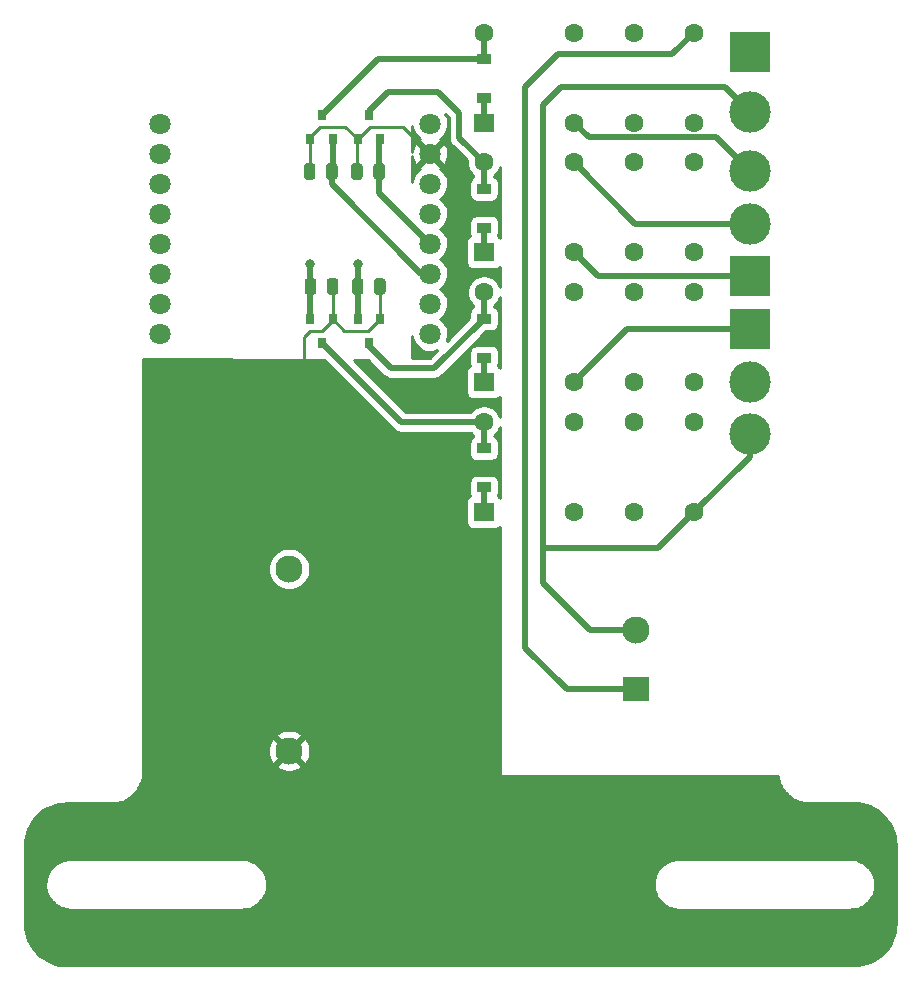
<source format=gbr>
G04 #@! TF.GenerationSoftware,KiCad,Pcbnew,(5.99.0-1932-g3091bb145)*
G04 #@! TF.CreationDate,2020-07-21T07:54:25+02:00*
G04 #@! TF.ProjectId,RESTfan,52455354-6661-46e2-9e6b-696361645f70,rev?*
G04 #@! TF.SameCoordinates,Original*
G04 #@! TF.FileFunction,Copper,L2,Bot*
G04 #@! TF.FilePolarity,Positive*
%FSLAX46Y46*%
G04 Gerber Fmt 4.6, Leading zero omitted, Abs format (unit mm)*
G04 Created by KiCad (PCBNEW (5.99.0-1932-g3091bb145)) date 2020-07-21 07:54:25*
%MOMM*%
%LPD*%
G01*
G04 APERTURE LIST*
G04 #@! TA.AperFunction,ComponentPad*
%ADD10C,2.300000*%
G04 #@! TD*
G04 #@! TA.AperFunction,ComponentPad*
%ADD11R,2.300000X2.000000*%
G04 #@! TD*
G04 #@! TA.AperFunction,ComponentPad*
%ADD12C,3.500120*%
G04 #@! TD*
G04 #@! TA.AperFunction,ComponentPad*
%ADD13R,3.500120X3.500120*%
G04 #@! TD*
G04 #@! TA.AperFunction,ComponentPad*
%ADD14C,1.800000*%
G04 #@! TD*
G04 #@! TA.AperFunction,SMDPad,CuDef*
%ADD15R,0.800000X0.900000*%
G04 #@! TD*
G04 #@! TA.AperFunction,ComponentPad*
%ADD16C,1.600000*%
G04 #@! TD*
G04 #@! TA.AperFunction,ComponentPad*
%ADD17R,1.800000X1.600000*%
G04 #@! TD*
G04 #@! TA.AperFunction,SMDPad,CuDef*
%ADD18R,1.200000X0.900000*%
G04 #@! TD*
G04 #@! TA.AperFunction,ViaPad*
%ADD19C,0.800000*%
G04 #@! TD*
G04 #@! TA.AperFunction,Conductor*
%ADD20C,0.250000*%
G04 #@! TD*
G04 #@! TA.AperFunction,Conductor*
%ADD21C,0.500000*%
G04 #@! TD*
G04 #@! TA.AperFunction,Conductor*
%ADD22C,0.254000*%
G04 #@! TD*
G04 APERTURE END LIST*
D10*
X63000000Y-75800000D03*
X92400000Y-81000000D03*
D11*
X92400000Y-86000000D03*
D10*
X63000000Y-91200000D03*
D12*
X102000000Y-64390000D03*
X102000000Y-59945000D03*
D13*
X102000000Y-55500000D03*
D12*
X102000000Y-42110000D03*
X102000000Y-46555000D03*
D13*
X102000000Y-51000000D03*
D12*
X102000000Y-37080000D03*
D13*
X102000000Y-32000000D03*
D14*
X74930000Y-55890000D03*
X52070000Y-55890000D03*
X74930000Y-53350000D03*
X52070000Y-53350000D03*
X74930000Y-50810000D03*
X52070000Y-50810000D03*
X74930000Y-48270000D03*
X52070000Y-48270000D03*
X74930000Y-45730000D03*
X52070000Y-45730000D03*
X74930000Y-43190000D03*
X52070000Y-43190000D03*
X74930000Y-40650000D03*
X52070000Y-40650000D03*
X74930000Y-38110000D03*
X52070000Y-38110000D03*
G04 #@! TA.AperFunction,SMDPad,CuDef*
G36*
G01*
X66200000Y-52337500D02*
X66200000Y-51425000D01*
G75*
G02*
X66443750Y-51181250I243750J0D01*
G01*
X66931250Y-51181250D01*
G75*
G02*
X67175000Y-51425000I0J-243750D01*
G01*
X67175000Y-52337500D01*
G75*
G02*
X66931250Y-52581250I-243750J0D01*
G01*
X66443750Y-52581250D01*
G75*
G02*
X66200000Y-52337500I0J243750D01*
G01*
G37*
G04 #@! TD.AperFunction*
G04 #@! TA.AperFunction,SMDPad,CuDef*
G36*
G01*
X64325000Y-52337500D02*
X64325000Y-51425000D01*
G75*
G02*
X64568750Y-51181250I243750J0D01*
G01*
X65056250Y-51181250D01*
G75*
G02*
X65300000Y-51425000I0J-243750D01*
G01*
X65300000Y-52337500D01*
G75*
G02*
X65056250Y-52581250I-243750J0D01*
G01*
X64568750Y-52581250D01*
G75*
G02*
X64325000Y-52337500I0J243750D01*
G01*
G37*
G04 #@! TD.AperFunction*
G04 #@! TA.AperFunction,SMDPad,CuDef*
G36*
G01*
X70200000Y-52337500D02*
X70200000Y-51425000D01*
G75*
G02*
X70443750Y-51181250I243750J0D01*
G01*
X70931250Y-51181250D01*
G75*
G02*
X71175000Y-51425000I0J-243750D01*
G01*
X71175000Y-52337500D01*
G75*
G02*
X70931250Y-52581250I-243750J0D01*
G01*
X70443750Y-52581250D01*
G75*
G02*
X70200000Y-52337500I0J243750D01*
G01*
G37*
G04 #@! TD.AperFunction*
G04 #@! TA.AperFunction,SMDPad,CuDef*
G36*
G01*
X68325000Y-52337500D02*
X68325000Y-51425000D01*
G75*
G02*
X68568750Y-51181250I243750J0D01*
G01*
X69056250Y-51181250D01*
G75*
G02*
X69300000Y-51425000I0J-243750D01*
G01*
X69300000Y-52337500D01*
G75*
G02*
X69056250Y-52581250I-243750J0D01*
G01*
X68568750Y-52581250D01*
G75*
G02*
X68325000Y-52337500I0J243750D01*
G01*
G37*
G04 #@! TD.AperFunction*
G04 #@! TA.AperFunction,SMDPad,CuDef*
G36*
G01*
X69237500Y-41693750D02*
X69237500Y-42606250D01*
G75*
G02*
X68993750Y-42850000I-243750J0D01*
G01*
X68506250Y-42850000D01*
G75*
G02*
X68262500Y-42606250I0J243750D01*
G01*
X68262500Y-41693750D01*
G75*
G02*
X68506250Y-41450000I243750J0D01*
G01*
X68993750Y-41450000D01*
G75*
G02*
X69237500Y-41693750I0J-243750D01*
G01*
G37*
G04 #@! TD.AperFunction*
G04 #@! TA.AperFunction,SMDPad,CuDef*
G36*
G01*
X71112500Y-41693750D02*
X71112500Y-42606250D01*
G75*
G02*
X70868750Y-42850000I-243750J0D01*
G01*
X70381250Y-42850000D01*
G75*
G02*
X70137500Y-42606250I0J243750D01*
G01*
X70137500Y-41693750D01*
G75*
G02*
X70381250Y-41450000I243750J0D01*
G01*
X70868750Y-41450000D01*
G75*
G02*
X71112500Y-41693750I0J-243750D01*
G01*
G37*
G04 #@! TD.AperFunction*
G04 #@! TA.AperFunction,SMDPad,CuDef*
G36*
G01*
X65237500Y-41693750D02*
X65237500Y-42606250D01*
G75*
G02*
X64993750Y-42850000I-243750J0D01*
G01*
X64506250Y-42850000D01*
G75*
G02*
X64262500Y-42606250I0J243750D01*
G01*
X64262500Y-41693750D01*
G75*
G02*
X64506250Y-41450000I243750J0D01*
G01*
X64993750Y-41450000D01*
G75*
G02*
X65237500Y-41693750I0J-243750D01*
G01*
G37*
G04 #@! TD.AperFunction*
G04 #@! TA.AperFunction,SMDPad,CuDef*
G36*
G01*
X67112500Y-41693750D02*
X67112500Y-42606250D01*
G75*
G02*
X66868750Y-42850000I-243750J0D01*
G01*
X66381250Y-42850000D01*
G75*
G02*
X66137500Y-42606250I0J243750D01*
G01*
X66137500Y-41693750D01*
G75*
G02*
X66381250Y-41450000I243750J0D01*
G01*
X66868750Y-41450000D01*
G75*
G02*
X67112500Y-41693750I0J-243750D01*
G01*
G37*
G04 #@! TD.AperFunction*
D15*
X65750000Y-56631250D03*
X66700000Y-54631250D03*
X64800000Y-54631250D03*
X69750000Y-56631250D03*
X70700000Y-54631250D03*
X68800000Y-54631250D03*
X69750000Y-37400000D03*
X68800000Y-39400000D03*
X70700000Y-39400000D03*
X65750000Y-37400000D03*
X64800000Y-39400000D03*
X66700000Y-39400000D03*
D16*
X92200000Y-71000000D03*
X97280000Y-71000000D03*
X87120000Y-71000000D03*
X79500000Y-63380000D03*
D17*
X79500000Y-71000000D03*
D16*
X97280000Y-63380000D03*
X92200000Y-63380000D03*
X87120000Y-63380000D03*
X92200000Y-60000000D03*
X97280000Y-60000000D03*
X87120000Y-60000000D03*
X79500000Y-52380000D03*
D17*
X79500000Y-60000000D03*
D16*
X97280000Y-52380000D03*
X92200000Y-52380000D03*
X87120000Y-52380000D03*
X92200000Y-49000000D03*
X97280000Y-49000000D03*
X87120000Y-49000000D03*
X79500000Y-41380000D03*
D17*
X79500000Y-49000000D03*
D16*
X97280000Y-41380000D03*
X92200000Y-41380000D03*
X87120000Y-41380000D03*
X92200000Y-38000000D03*
X97280000Y-38000000D03*
X87120000Y-38000000D03*
X79500000Y-30380000D03*
D17*
X79500000Y-38000000D03*
D16*
X97280000Y-30380000D03*
X92200000Y-30380000D03*
X87120000Y-30380000D03*
D18*
X79500000Y-65600000D03*
X79500000Y-68900000D03*
X79500000Y-54600000D03*
X79500000Y-57900000D03*
X79500000Y-43600000D03*
X79500000Y-46900000D03*
X79500000Y-32600000D03*
X79500000Y-35900000D03*
D19*
X73723500Y-57658000D03*
X72009000Y-60960000D03*
X76009500Y-60960000D03*
X64800000Y-50000000D03*
X68800000Y-50000000D03*
D20*
X68804000Y-39400000D02*
X69850000Y-38354000D01*
X68800000Y-39400000D02*
X68804000Y-39400000D01*
X69850000Y-38354000D02*
X72634000Y-38354000D01*
X72634000Y-38354000D02*
X74930000Y-40650000D01*
X64800000Y-39213000D02*
X65659000Y-38354000D01*
X64800000Y-39400000D02*
X64800000Y-39213000D01*
X65659000Y-38354000D02*
X67754000Y-38354000D01*
X67754000Y-38354000D02*
X68800000Y-39400000D01*
X68750000Y-42150000D02*
X68750000Y-39450000D01*
X68750000Y-39450000D02*
X68800000Y-39400000D01*
X64750000Y-42150000D02*
X64750000Y-39450000D01*
X64750000Y-39450000D02*
X64800000Y-39400000D01*
X66700000Y-54631250D02*
X67694750Y-55626000D01*
X67694750Y-55626000D02*
X69705250Y-55626000D01*
X69705250Y-55626000D02*
X70700000Y-54631250D01*
X64770000Y-55626000D02*
X64262000Y-56134000D01*
X66700000Y-54712000D02*
X65786000Y-55626000D01*
X65786000Y-55626000D02*
X64770000Y-55626000D01*
X66700000Y-54631250D02*
X66700000Y-54712000D01*
X64262000Y-56134000D02*
X64262000Y-58420000D01*
X70687500Y-51881250D02*
X70687500Y-54618750D01*
X70687500Y-54618750D02*
X70700000Y-54631250D01*
X66687500Y-51881250D02*
X66687500Y-54618750D01*
X66687500Y-54618750D02*
X66700000Y-54631250D01*
D21*
X64812500Y-51881250D02*
X64812500Y-50012500D01*
X64812500Y-50012500D02*
X64800000Y-50000000D01*
X68812500Y-51881250D02*
X68812500Y-50012500D01*
X68812500Y-50012500D02*
X68800000Y-50000000D01*
X65750000Y-56631250D02*
X72498750Y-63380000D01*
X72498750Y-63380000D02*
X79500000Y-63380000D01*
X69750000Y-56950000D02*
X71600000Y-58800000D01*
X69750000Y-56631250D02*
X69750000Y-56950000D01*
X71600000Y-58800000D02*
X75300000Y-58800000D01*
X75300000Y-58800000D02*
X79500000Y-54600000D01*
X66625000Y-42150000D02*
X66625000Y-43225000D01*
X74210000Y-50810000D02*
X74930000Y-50810000D01*
X66625000Y-43225000D02*
X74210000Y-50810000D01*
X70625000Y-42150000D02*
X70625000Y-43965000D01*
X70625000Y-43965000D02*
X74930000Y-48270000D01*
X65750000Y-37400000D02*
X70550000Y-32600000D01*
X70550000Y-32600000D02*
X79500000Y-32600000D01*
X75600000Y-35400000D02*
X77400000Y-37200000D01*
X69750000Y-37050000D02*
X71400000Y-35400000D01*
X77400000Y-39280000D02*
X79500000Y-41380000D01*
X69750000Y-37400000D02*
X69750000Y-37050000D01*
X71400000Y-35400000D02*
X75600000Y-35400000D01*
X77400000Y-37200000D02*
X77400000Y-39280000D01*
X86500000Y-86000000D02*
X92400000Y-86000000D01*
X84500000Y-74000000D02*
X84500000Y-77000000D01*
X84500000Y-77000000D02*
X88500000Y-81000000D01*
X88500000Y-81000000D02*
X92400000Y-81000000D01*
X70625000Y-42150000D02*
X70625000Y-39475000D01*
X70625000Y-39475000D02*
X70700000Y-39400000D01*
X66700000Y-39400000D02*
X66700000Y-42075000D01*
X66700000Y-42075000D02*
X66625000Y-42150000D01*
X68800000Y-54631250D02*
X68800000Y-51893750D01*
X68800000Y-51893750D02*
X68812500Y-51881250D01*
X64800000Y-54631250D02*
X64800000Y-51893750D01*
X64800000Y-51893750D02*
X64812500Y-51881250D01*
X79500000Y-41380000D02*
X79500000Y-43600000D01*
X79500000Y-49000000D02*
X79500000Y-46900000D01*
X79500000Y-54600000D02*
X79500000Y-52380000D01*
X79500000Y-60000000D02*
X79500000Y-57900000D01*
X79500000Y-65600000D02*
X79500000Y-63380000D01*
X79500000Y-71000000D02*
X79500000Y-68900000D01*
X79500000Y-38000000D02*
X79500000Y-35900000D01*
X79500000Y-30380000D02*
X79500000Y-32600000D01*
X87120000Y-60000000D02*
X91620000Y-55500000D01*
X91620000Y-55500000D02*
X102000000Y-55500000D01*
X83000000Y-82500000D02*
X86500000Y-86000000D01*
X87120000Y-38000000D02*
X88370001Y-39250001D01*
X88370001Y-39250001D02*
X99140001Y-39250001D01*
X99140001Y-39250001D02*
X102000000Y-42110000D01*
X87120000Y-41380000D02*
X92295000Y-46555000D01*
X92295000Y-46555000D02*
X102000000Y-46555000D01*
X87120000Y-49000000D02*
X89120000Y-51000000D01*
X89120000Y-51000000D02*
X102000000Y-51000000D01*
X97280000Y-71000000D02*
X102000000Y-66280000D01*
X102000000Y-66280000D02*
X102000000Y-65890000D01*
X97280000Y-30380000D02*
X95440000Y-32220000D01*
X95440000Y-32220000D02*
X85780000Y-32220000D01*
X83000000Y-35000000D02*
X83000000Y-82500000D01*
X85780000Y-32220000D02*
X83000000Y-35000000D01*
X84500000Y-73000000D02*
X84500000Y-74000000D01*
X84500000Y-74000000D02*
X94280000Y-74000000D01*
X94280000Y-74000000D02*
X97280000Y-71000000D01*
X84500000Y-36500000D02*
X84500000Y-73000000D01*
X99920000Y-35000000D02*
X86000000Y-35000000D01*
X102000000Y-37080000D02*
X99920000Y-35000000D01*
X86000000Y-35000000D02*
X84500000Y-36500000D01*
G36*
X65990935Y-58125176D02*
G01*
X71802061Y-63936304D01*
X71812257Y-63952463D01*
X71823893Y-63966135D01*
X71892357Y-64026600D01*
X71914009Y-64048253D01*
X71920783Y-64054126D01*
X71938888Y-64067695D01*
X72000522Y-64122128D01*
X72015527Y-64131985D01*
X72040005Y-64143477D01*
X72061646Y-64159696D01*
X72077393Y-64168317D01*
X72154398Y-64197184D01*
X72229015Y-64232217D01*
X72246570Y-64237526D01*
X72272244Y-64241363D01*
X72298048Y-64251036D01*
X72315582Y-64254891D01*
X72409429Y-64261865D01*
X72432459Y-64265307D01*
X72441784Y-64266000D01*
X72465069Y-64266000D01*
X72550586Y-64272356D01*
X72568498Y-64271135D01*
X72592553Y-64266000D01*
X78371488Y-64266000D01*
X78478587Y-64393634D01*
X78486367Y-64401413D01*
X78614001Y-64508511D01*
X78614000Y-64580352D01*
X78596142Y-64585137D01*
X78571662Y-64597880D01*
X78415410Y-64728990D01*
X78401239Y-64745879D01*
X78300641Y-64920120D01*
X78293100Y-64940837D01*
X78259122Y-65133538D01*
X78258163Y-65144499D01*
X78258163Y-66058258D01*
X78260319Y-66074634D01*
X78335137Y-66353859D01*
X78347880Y-66378339D01*
X78478990Y-66534590D01*
X78495879Y-66548761D01*
X78670120Y-66649359D01*
X78690837Y-66656900D01*
X78883538Y-66690878D01*
X78894499Y-66691837D01*
X80108258Y-66691837D01*
X80124634Y-66689681D01*
X80403859Y-66614863D01*
X80428339Y-66602120D01*
X80584590Y-66471010D01*
X80598761Y-66454121D01*
X80699359Y-66279880D01*
X80706900Y-66259163D01*
X80740878Y-66066462D01*
X80741837Y-66055501D01*
X80741837Y-65141742D01*
X80739681Y-65125366D01*
X80664863Y-64846142D01*
X80652120Y-64821662D01*
X80521010Y-64665410D01*
X80504121Y-64651239D01*
X80386000Y-64583041D01*
X80386000Y-64508512D01*
X80513634Y-64401413D01*
X80521413Y-64393634D01*
X80675601Y-64209881D01*
X80681912Y-64200868D01*
X80801848Y-63993132D01*
X80806498Y-63983160D01*
X80874000Y-63797701D01*
X80874000Y-69778562D01*
X80821010Y-69715410D01*
X80804121Y-69701239D01*
X80673000Y-69625536D01*
X80699359Y-69579880D01*
X80706900Y-69559163D01*
X80740878Y-69366462D01*
X80741837Y-69355501D01*
X80741837Y-68441742D01*
X80739681Y-68425366D01*
X80664863Y-68146142D01*
X80652120Y-68121662D01*
X80521010Y-67965410D01*
X80504121Y-67951239D01*
X80329880Y-67850641D01*
X80309163Y-67843100D01*
X80116462Y-67809122D01*
X80105501Y-67808163D01*
X78891742Y-67808163D01*
X78875366Y-67810319D01*
X78596142Y-67885137D01*
X78571662Y-67897880D01*
X78415410Y-68028990D01*
X78401239Y-68045879D01*
X78300641Y-68220120D01*
X78293100Y-68240837D01*
X78259122Y-68433538D01*
X78258163Y-68444499D01*
X78258163Y-69358258D01*
X78260319Y-69374634D01*
X78327844Y-69626642D01*
X78296142Y-69635137D01*
X78271662Y-69647880D01*
X78115410Y-69778990D01*
X78101239Y-69795879D01*
X78000641Y-69970120D01*
X77993100Y-69990837D01*
X77959122Y-70183538D01*
X77958163Y-70194499D01*
X77958163Y-71808258D01*
X77960319Y-71824634D01*
X78035137Y-72103859D01*
X78047880Y-72128339D01*
X78178990Y-72284590D01*
X78195879Y-72298761D01*
X78370120Y-72399359D01*
X78390837Y-72406900D01*
X78583538Y-72440878D01*
X78594499Y-72441837D01*
X80408258Y-72441837D01*
X80424634Y-72439681D01*
X80703859Y-72364863D01*
X80728339Y-72352120D01*
X80874000Y-72229896D01*
X80874000Y-93252191D01*
X80947809Y-93326000D01*
X104384143Y-93326000D01*
X104388170Y-93372491D01*
X104389576Y-93381345D01*
X104395898Y-93408513D01*
X104397956Y-93436532D01*
X104399331Y-93445786D01*
X104401781Y-93456651D01*
X104401865Y-93457022D01*
X104466711Y-93736786D01*
X104469351Y-93745353D01*
X104479438Y-93771360D01*
X104485423Y-93798808D01*
X104488087Y-93807772D01*
X104492042Y-93818184D01*
X104492179Y-93818542D01*
X104595798Y-94086379D01*
X104599619Y-94094490D01*
X104613270Y-94118816D01*
X104623062Y-94145147D01*
X104626966Y-94153653D01*
X104632350Y-94163403D01*
X104632533Y-94163733D01*
X104772855Y-94414295D01*
X104777780Y-94421786D01*
X104794724Y-94443949D01*
X104808128Y-94468635D01*
X104813187Y-94476500D01*
X104819890Y-94485395D01*
X104820122Y-94485701D01*
X104994351Y-94713994D01*
X105000282Y-94720716D01*
X105020177Y-94740266D01*
X105036927Y-94762821D01*
X105043046Y-94769897D01*
X105050936Y-94777758D01*
X105051206Y-94778026D01*
X105255863Y-94979492D01*
X105262682Y-94985311D01*
X105285130Y-95001861D01*
X105304896Y-95021835D01*
X105311955Y-95027982D01*
X105320875Y-95034652D01*
X105321176Y-95034876D01*
X105552176Y-95205496D01*
X105559748Y-95210296D01*
X105584305Y-95223519D01*
X105606686Y-95240507D01*
X105614542Y-95245598D01*
X105624312Y-95250945D01*
X105624641Y-95251124D01*
X105877376Y-95387492D01*
X105885548Y-95391178D01*
X105911727Y-95400810D01*
X105936276Y-95414474D01*
X105944760Y-95418403D01*
X105955185Y-95422321D01*
X105955546Y-95422456D01*
X106224979Y-95521854D01*
X106233589Y-95524351D01*
X106260866Y-95530199D01*
X106287089Y-95540265D01*
X106296044Y-95542960D01*
X106306919Y-95545371D01*
X106307292Y-95545452D01*
X106588042Y-95605896D01*
X106596918Y-95607155D01*
X106624741Y-95609101D01*
X106652131Y-95615374D01*
X106661386Y-95616781D01*
X106672491Y-95617634D01*
X106672864Y-95617661D01*
X106959324Y-95637944D01*
X106968289Y-95637940D01*
X107023266Y-95634000D01*
X110735119Y-95634000D01*
X110747806Y-95636616D01*
X110757084Y-95637821D01*
X110768206Y-95638432D01*
X110768585Y-95638451D01*
X111147405Y-95656979D01*
X111491474Y-95707787D01*
X111828958Y-95791931D01*
X112156613Y-95908604D01*
X112471321Y-96056694D01*
X112770076Y-96234787D01*
X113050040Y-96441195D01*
X113308499Y-96673911D01*
X113543041Y-96930769D01*
X113751383Y-97209267D01*
X113931561Y-97506774D01*
X114081842Y-97820437D01*
X114200804Y-98147281D01*
X114287300Y-98484159D01*
X114340509Y-98827876D01*
X114360736Y-99189659D01*
X114360795Y-99206705D01*
X114361463Y-99215646D01*
X114366000Y-99246559D01*
X114366001Y-105735114D01*
X114363384Y-105747806D01*
X114362179Y-105757084D01*
X114361568Y-105768206D01*
X114361549Y-105768585D01*
X114343021Y-106147405D01*
X114292213Y-106491474D01*
X114208069Y-106828958D01*
X114091396Y-107156613D01*
X113943306Y-107471321D01*
X113765213Y-107770076D01*
X113558809Y-108050034D01*
X113326074Y-108308513D01*
X113069242Y-108543033D01*
X112790740Y-108751379D01*
X112493233Y-108931557D01*
X112179557Y-109081844D01*
X111852726Y-109200802D01*
X111515834Y-109287300D01*
X111172132Y-109340509D01*
X110810341Y-109360736D01*
X110793295Y-109360795D01*
X110784354Y-109361463D01*
X110753441Y-109366000D01*
X44264881Y-109366000D01*
X44252194Y-109363384D01*
X44242916Y-109362179D01*
X44231794Y-109361568D01*
X44231415Y-109361549D01*
X43852595Y-109343021D01*
X43508526Y-109292213D01*
X43171042Y-109208069D01*
X42843387Y-109091396D01*
X42528679Y-108943306D01*
X42229924Y-108765213D01*
X41949966Y-108558809D01*
X41691487Y-108326074D01*
X41456967Y-108069242D01*
X41248621Y-107790740D01*
X41068443Y-107493233D01*
X40918156Y-107179557D01*
X40799198Y-106852726D01*
X40712700Y-106515834D01*
X40659491Y-106172132D01*
X40639264Y-105810341D01*
X40639205Y-105793295D01*
X40638537Y-105784354D01*
X40634000Y-105753441D01*
X40634000Y-102518419D01*
X42361002Y-102518419D01*
X42361460Y-102529548D01*
X42361477Y-102529924D01*
X42368354Y-102675750D01*
X42369411Y-102684652D01*
X42373928Y-102708219D01*
X42374456Y-102732410D01*
X42375353Y-102741719D01*
X42377239Y-102752695D01*
X42377305Y-102753072D01*
X42421233Y-102999680D01*
X42423428Y-103008373D01*
X42434429Y-103041732D01*
X42440957Y-103076446D01*
X42443362Y-103085483D01*
X42447015Y-103096005D01*
X42447142Y-103096366D01*
X42530757Y-103332488D01*
X42534343Y-103340704D01*
X42550643Y-103371818D01*
X42562755Y-103405004D01*
X42566605Y-103413531D01*
X42571929Y-103423313D01*
X42572111Y-103423645D01*
X42693167Y-103642938D01*
X42698046Y-103650458D01*
X42719209Y-103678491D01*
X42736576Y-103709249D01*
X42741765Y-103717030D01*
X42748614Y-103725812D01*
X42748850Y-103726113D01*
X42904098Y-103922692D01*
X42910141Y-103929315D01*
X42935593Y-103953509D01*
X42957758Y-103981028D01*
X42964149Y-103987857D01*
X42972341Y-103995403D01*
X42972623Y-103995661D01*
X43157893Y-104164243D01*
X43164937Y-104169790D01*
X43194002Y-104189506D01*
X43220356Y-104213026D01*
X43227774Y-104218719D01*
X43237089Y-104224825D01*
X43237411Y-104225035D01*
X43447728Y-104361095D01*
X43455582Y-104365417D01*
X43487477Y-104380121D01*
X43517319Y-104399023D01*
X43525567Y-104403427D01*
X43535753Y-104407930D01*
X43536106Y-104408085D01*
X43765820Y-104507968D01*
X43774275Y-104510950D01*
X43808149Y-104520248D01*
X43840678Y-104534023D01*
X43849542Y-104537022D01*
X43860328Y-104539801D01*
X43860694Y-104539894D01*
X44103635Y-104600916D01*
X44112463Y-104602476D01*
X44147396Y-104606117D01*
X44181741Y-104614394D01*
X44190978Y-104615906D01*
X44202073Y-104616885D01*
X44202447Y-104616917D01*
X44452090Y-104637442D01*
X44461054Y-104637539D01*
X44519773Y-104634000D01*
X58965555Y-104634000D01*
X59009065Y-104638688D01*
X59018420Y-104638998D01*
X59029548Y-104638540D01*
X59029924Y-104638523D01*
X59175750Y-104631646D01*
X59184652Y-104630589D01*
X59208219Y-104626072D01*
X59232410Y-104625544D01*
X59241719Y-104624647D01*
X59252695Y-104622761D01*
X59253072Y-104622695D01*
X59499680Y-104578767D01*
X59508373Y-104576572D01*
X59541732Y-104565571D01*
X59576446Y-104559043D01*
X59585483Y-104556638D01*
X59596005Y-104552985D01*
X59596366Y-104552858D01*
X59832488Y-104469243D01*
X59840704Y-104465657D01*
X59871818Y-104449357D01*
X59905004Y-104437245D01*
X59913531Y-104433395D01*
X59923313Y-104428071D01*
X59923645Y-104427889D01*
X60142938Y-104306833D01*
X60150458Y-104301954D01*
X60178491Y-104280791D01*
X60209249Y-104263424D01*
X60217030Y-104258235D01*
X60225812Y-104251386D01*
X60226113Y-104251150D01*
X60422692Y-104095902D01*
X60429315Y-104089859D01*
X60453509Y-104064407D01*
X60481028Y-104042242D01*
X60487857Y-104035851D01*
X60495403Y-104027659D01*
X60495661Y-104027377D01*
X60664243Y-103842107D01*
X60669790Y-103835063D01*
X60689506Y-103805998D01*
X60713026Y-103779644D01*
X60718719Y-103772226D01*
X60724825Y-103762911D01*
X60725035Y-103762589D01*
X60861095Y-103552272D01*
X60865417Y-103544418D01*
X60880121Y-103512523D01*
X60899023Y-103482681D01*
X60903427Y-103474433D01*
X60907930Y-103464247D01*
X60908085Y-103463894D01*
X61007968Y-103234180D01*
X61010950Y-103225725D01*
X61020248Y-103191851D01*
X61034023Y-103159322D01*
X61037022Y-103150458D01*
X61039801Y-103139672D01*
X61039894Y-103139306D01*
X61100916Y-102896365D01*
X61102476Y-102887537D01*
X61106117Y-102852604D01*
X61114394Y-102818259D01*
X61115906Y-102809022D01*
X61116885Y-102797927D01*
X61116917Y-102797553D01*
X61137442Y-102547910D01*
X61137539Y-102538945D01*
X61136303Y-102518419D01*
X93861002Y-102518419D01*
X93861460Y-102529548D01*
X93861477Y-102529924D01*
X93868354Y-102675750D01*
X93869411Y-102684652D01*
X93873928Y-102708219D01*
X93874456Y-102732410D01*
X93875353Y-102741719D01*
X93877239Y-102752695D01*
X93877305Y-102753072D01*
X93921233Y-102999680D01*
X93923428Y-103008373D01*
X93934429Y-103041732D01*
X93940957Y-103076446D01*
X93943362Y-103085483D01*
X93947015Y-103096005D01*
X93947142Y-103096366D01*
X94030757Y-103332488D01*
X94034343Y-103340704D01*
X94050643Y-103371818D01*
X94062755Y-103405004D01*
X94066605Y-103413531D01*
X94071929Y-103423313D01*
X94072111Y-103423645D01*
X94193167Y-103642938D01*
X94198046Y-103650458D01*
X94219209Y-103678491D01*
X94236576Y-103709249D01*
X94241765Y-103717030D01*
X94248614Y-103725812D01*
X94248850Y-103726113D01*
X94404098Y-103922692D01*
X94410141Y-103929315D01*
X94435593Y-103953509D01*
X94457758Y-103981028D01*
X94464149Y-103987857D01*
X94472341Y-103995403D01*
X94472623Y-103995661D01*
X94657893Y-104164243D01*
X94664937Y-104169790D01*
X94694002Y-104189506D01*
X94720356Y-104213026D01*
X94727774Y-104218719D01*
X94737089Y-104224825D01*
X94737411Y-104225035D01*
X94947728Y-104361095D01*
X94955582Y-104365417D01*
X94987477Y-104380121D01*
X95017319Y-104399023D01*
X95025567Y-104403427D01*
X95035753Y-104407930D01*
X95036106Y-104408085D01*
X95265820Y-104507968D01*
X95274275Y-104510950D01*
X95308149Y-104520248D01*
X95340678Y-104534023D01*
X95349542Y-104537022D01*
X95360328Y-104539801D01*
X95360694Y-104539894D01*
X95603635Y-104600916D01*
X95612463Y-104602476D01*
X95647396Y-104606117D01*
X95681741Y-104614394D01*
X95690978Y-104615906D01*
X95702073Y-104616885D01*
X95702447Y-104616917D01*
X95952090Y-104637442D01*
X95961054Y-104637539D01*
X96019773Y-104634000D01*
X110465555Y-104634000D01*
X110509065Y-104638688D01*
X110518420Y-104638998D01*
X110529548Y-104638540D01*
X110529924Y-104638523D01*
X110675750Y-104631646D01*
X110684652Y-104630589D01*
X110708219Y-104626072D01*
X110732410Y-104625544D01*
X110741719Y-104624647D01*
X110752695Y-104622761D01*
X110753072Y-104622695D01*
X110999680Y-104578767D01*
X111008373Y-104576572D01*
X111041732Y-104565571D01*
X111076446Y-104559043D01*
X111085483Y-104556638D01*
X111096005Y-104552985D01*
X111096366Y-104552858D01*
X111332488Y-104469243D01*
X111340704Y-104465657D01*
X111371818Y-104449357D01*
X111405004Y-104437245D01*
X111413531Y-104433395D01*
X111423313Y-104428071D01*
X111423645Y-104427889D01*
X111642938Y-104306833D01*
X111650458Y-104301954D01*
X111678491Y-104280791D01*
X111709249Y-104263424D01*
X111717030Y-104258235D01*
X111725812Y-104251386D01*
X111726113Y-104251150D01*
X111922692Y-104095902D01*
X111929315Y-104089859D01*
X111953509Y-104064407D01*
X111981028Y-104042242D01*
X111987857Y-104035851D01*
X111995403Y-104027659D01*
X111995661Y-104027377D01*
X112164243Y-103842107D01*
X112169790Y-103835063D01*
X112189506Y-103805998D01*
X112213026Y-103779644D01*
X112218719Y-103772226D01*
X112224825Y-103762911D01*
X112225035Y-103762589D01*
X112361095Y-103552272D01*
X112365417Y-103544418D01*
X112380121Y-103512523D01*
X112399023Y-103482681D01*
X112403427Y-103474433D01*
X112407930Y-103464247D01*
X112408085Y-103463894D01*
X112507968Y-103234180D01*
X112510950Y-103225725D01*
X112520248Y-103191851D01*
X112534023Y-103159322D01*
X112537022Y-103150458D01*
X112539801Y-103139672D01*
X112539894Y-103139306D01*
X112600916Y-102896365D01*
X112602476Y-102887537D01*
X112606117Y-102852604D01*
X112614394Y-102818259D01*
X112615906Y-102809022D01*
X112616885Y-102797927D01*
X112616917Y-102797553D01*
X112637442Y-102547910D01*
X112637539Y-102538945D01*
X112636096Y-102514995D01*
X112638688Y-102490936D01*
X112638998Y-102481581D01*
X112638540Y-102470452D01*
X112638523Y-102470076D01*
X112631646Y-102324249D01*
X112630589Y-102315348D01*
X112626072Y-102291781D01*
X112625544Y-102267591D01*
X112624648Y-102258283D01*
X112622761Y-102247306D01*
X112622695Y-102246928D01*
X112578767Y-102000320D01*
X112576572Y-101991628D01*
X112565570Y-101958265D01*
X112559043Y-101923554D01*
X112556638Y-101914517D01*
X112552985Y-101903996D01*
X112552858Y-101903635D01*
X112469243Y-101667512D01*
X112465657Y-101659295D01*
X112449357Y-101628183D01*
X112437246Y-101594997D01*
X112433395Y-101586469D01*
X112428071Y-101576687D01*
X112427889Y-101576355D01*
X112306833Y-101357063D01*
X112301953Y-101349542D01*
X112280793Y-101321511D01*
X112263425Y-101290752D01*
X112258236Y-101282971D01*
X112251386Y-101274188D01*
X112251150Y-101273887D01*
X112095902Y-101077308D01*
X112089859Y-101070685D01*
X112064407Y-101046491D01*
X112042242Y-101018972D01*
X112035851Y-101012143D01*
X112027659Y-101004597D01*
X112027377Y-101004339D01*
X111842107Y-100835757D01*
X111835063Y-100830210D01*
X111805998Y-100810494D01*
X111779644Y-100786974D01*
X111772226Y-100781281D01*
X111762911Y-100775175D01*
X111762589Y-100774965D01*
X111552272Y-100638905D01*
X111544418Y-100634583D01*
X111512523Y-100619879D01*
X111482680Y-100600976D01*
X111474427Y-100596570D01*
X111464240Y-100592067D01*
X111463891Y-100591915D01*
X111234180Y-100492032D01*
X111225725Y-100489050D01*
X111191849Y-100479751D01*
X111159326Y-100465980D01*
X111150472Y-100462983D01*
X111139687Y-100460203D01*
X111139310Y-100460107D01*
X110896365Y-100399084D01*
X110887538Y-100397524D01*
X110852604Y-100393883D01*
X110818260Y-100385606D01*
X110809023Y-100384094D01*
X110797928Y-100383115D01*
X110797554Y-100383083D01*
X110547910Y-100362558D01*
X110538946Y-100362461D01*
X110480227Y-100366000D01*
X96034445Y-100366000D01*
X95990935Y-100361312D01*
X95981580Y-100361002D01*
X95970452Y-100361460D01*
X95970076Y-100361477D01*
X95824249Y-100368354D01*
X95815348Y-100369411D01*
X95791781Y-100373928D01*
X95767591Y-100374456D01*
X95758283Y-100375352D01*
X95747306Y-100377239D01*
X95746928Y-100377305D01*
X95500320Y-100421233D01*
X95491628Y-100423428D01*
X95458265Y-100434430D01*
X95423554Y-100440957D01*
X95414517Y-100443362D01*
X95403996Y-100447015D01*
X95403635Y-100447142D01*
X95167512Y-100530757D01*
X95159295Y-100534343D01*
X95128183Y-100550643D01*
X95094997Y-100562754D01*
X95086469Y-100566605D01*
X95076687Y-100571929D01*
X95076355Y-100572111D01*
X94857063Y-100693167D01*
X94849542Y-100698047D01*
X94821511Y-100719207D01*
X94790752Y-100736575D01*
X94782971Y-100741764D01*
X94774188Y-100748614D01*
X94773887Y-100748850D01*
X94577308Y-100904098D01*
X94570685Y-100910141D01*
X94546491Y-100935593D01*
X94518972Y-100957758D01*
X94512143Y-100964149D01*
X94504597Y-100972341D01*
X94504339Y-100972623D01*
X94335757Y-101157893D01*
X94330210Y-101164937D01*
X94310494Y-101194002D01*
X94286974Y-101220356D01*
X94281281Y-101227774D01*
X94275175Y-101237089D01*
X94274965Y-101237411D01*
X94138905Y-101447728D01*
X94134583Y-101455582D01*
X94119879Y-101487477D01*
X94100976Y-101517320D01*
X94096570Y-101525573D01*
X94092067Y-101535760D01*
X94091915Y-101536109D01*
X93992032Y-101765820D01*
X93989050Y-101774275D01*
X93979751Y-101808151D01*
X93965980Y-101840674D01*
X93962983Y-101849528D01*
X93960203Y-101860313D01*
X93960107Y-101860690D01*
X93899084Y-102103635D01*
X93897524Y-102112462D01*
X93893883Y-102147396D01*
X93885606Y-102181740D01*
X93884094Y-102190977D01*
X93883115Y-102202072D01*
X93883083Y-102202446D01*
X93862558Y-102452090D01*
X93862461Y-102461055D01*
X93863904Y-102485005D01*
X93861312Y-102509064D01*
X93861002Y-102518419D01*
X61136303Y-102518419D01*
X61136096Y-102514995D01*
X61138688Y-102490936D01*
X61138998Y-102481581D01*
X61138540Y-102470452D01*
X61138523Y-102470076D01*
X61131646Y-102324249D01*
X61130589Y-102315348D01*
X61126072Y-102291781D01*
X61125544Y-102267591D01*
X61124648Y-102258283D01*
X61122761Y-102247306D01*
X61122695Y-102246928D01*
X61078767Y-102000320D01*
X61076572Y-101991628D01*
X61065570Y-101958265D01*
X61059043Y-101923554D01*
X61056638Y-101914517D01*
X61052985Y-101903996D01*
X61052858Y-101903635D01*
X60969243Y-101667512D01*
X60965657Y-101659295D01*
X60949357Y-101628183D01*
X60937246Y-101594997D01*
X60933395Y-101586469D01*
X60928071Y-101576687D01*
X60927889Y-101576355D01*
X60806833Y-101357063D01*
X60801953Y-101349542D01*
X60780793Y-101321511D01*
X60763425Y-101290752D01*
X60758236Y-101282971D01*
X60751386Y-101274188D01*
X60751150Y-101273887D01*
X60595902Y-101077308D01*
X60589859Y-101070685D01*
X60564407Y-101046491D01*
X60542242Y-101018972D01*
X60535851Y-101012143D01*
X60527659Y-101004597D01*
X60527377Y-101004339D01*
X60342107Y-100835757D01*
X60335063Y-100830210D01*
X60305998Y-100810494D01*
X60279644Y-100786974D01*
X60272226Y-100781281D01*
X60262911Y-100775175D01*
X60262589Y-100774965D01*
X60052272Y-100638905D01*
X60044418Y-100634583D01*
X60012523Y-100619879D01*
X59982680Y-100600976D01*
X59974427Y-100596570D01*
X59964240Y-100592067D01*
X59963891Y-100591915D01*
X59734180Y-100492032D01*
X59725725Y-100489050D01*
X59691849Y-100479751D01*
X59659326Y-100465980D01*
X59650472Y-100462983D01*
X59639687Y-100460203D01*
X59639310Y-100460107D01*
X59396365Y-100399084D01*
X59387538Y-100397524D01*
X59352604Y-100393883D01*
X59318260Y-100385606D01*
X59309023Y-100384094D01*
X59297928Y-100383115D01*
X59297554Y-100383083D01*
X59047910Y-100362558D01*
X59038946Y-100362461D01*
X58980227Y-100366000D01*
X44534445Y-100366000D01*
X44490935Y-100361312D01*
X44481580Y-100361002D01*
X44470452Y-100361460D01*
X44470076Y-100361477D01*
X44324249Y-100368354D01*
X44315348Y-100369411D01*
X44291781Y-100373928D01*
X44267591Y-100374456D01*
X44258283Y-100375352D01*
X44247306Y-100377239D01*
X44246928Y-100377305D01*
X44000320Y-100421233D01*
X43991628Y-100423428D01*
X43958265Y-100434430D01*
X43923554Y-100440957D01*
X43914517Y-100443362D01*
X43903996Y-100447015D01*
X43903635Y-100447142D01*
X43667512Y-100530757D01*
X43659295Y-100534343D01*
X43628183Y-100550643D01*
X43594997Y-100562754D01*
X43586469Y-100566605D01*
X43576687Y-100571929D01*
X43576355Y-100572111D01*
X43357063Y-100693167D01*
X43349542Y-100698047D01*
X43321511Y-100719207D01*
X43290752Y-100736575D01*
X43282971Y-100741764D01*
X43274188Y-100748614D01*
X43273887Y-100748850D01*
X43077308Y-100904098D01*
X43070685Y-100910141D01*
X43046491Y-100935593D01*
X43018972Y-100957758D01*
X43012143Y-100964149D01*
X43004597Y-100972341D01*
X43004339Y-100972623D01*
X42835757Y-101157893D01*
X42830210Y-101164937D01*
X42810494Y-101194002D01*
X42786974Y-101220356D01*
X42781281Y-101227774D01*
X42775175Y-101237089D01*
X42774965Y-101237411D01*
X42638905Y-101447728D01*
X42634583Y-101455582D01*
X42619879Y-101487477D01*
X42600976Y-101517320D01*
X42596570Y-101525573D01*
X42592067Y-101535760D01*
X42591915Y-101536109D01*
X42492032Y-101765820D01*
X42489050Y-101774275D01*
X42479751Y-101808151D01*
X42465980Y-101840674D01*
X42462983Y-101849528D01*
X42460203Y-101860313D01*
X42460107Y-101860690D01*
X42399084Y-102103635D01*
X42397524Y-102112462D01*
X42393883Y-102147396D01*
X42385606Y-102181740D01*
X42384094Y-102190977D01*
X42383115Y-102202072D01*
X42383083Y-102202446D01*
X42362558Y-102452090D01*
X42362461Y-102461055D01*
X42363904Y-102485005D01*
X42361312Y-102509064D01*
X42361002Y-102518419D01*
X40634000Y-102518419D01*
X40634000Y-99264881D01*
X40636616Y-99252194D01*
X40637821Y-99242916D01*
X40638432Y-99231794D01*
X40638451Y-99231415D01*
X40656979Y-98852595D01*
X40707787Y-98508526D01*
X40791931Y-98171042D01*
X40908604Y-97843387D01*
X41056694Y-97528679D01*
X41234787Y-97229924D01*
X41441195Y-96949960D01*
X41673911Y-96691501D01*
X41930769Y-96456959D01*
X42209267Y-96248617D01*
X42506774Y-96068439D01*
X42820437Y-95918158D01*
X43147281Y-95799196D01*
X43484159Y-95712700D01*
X43827876Y-95659491D01*
X44189659Y-95639264D01*
X44206705Y-95639205D01*
X44215646Y-95638537D01*
X44246559Y-95634000D01*
X47953165Y-95634000D01*
X47983985Y-95638550D01*
X47993311Y-95639227D01*
X48004448Y-95639207D01*
X48004833Y-95639206D01*
X48040923Y-95638922D01*
X48049859Y-95638215D01*
X48057571Y-95637049D01*
X48065544Y-95637592D01*
X48074895Y-95637535D01*
X48085997Y-95636642D01*
X48086379Y-95636610D01*
X48372491Y-95611830D01*
X48381345Y-95610424D01*
X48408513Y-95604102D01*
X48436532Y-95602044D01*
X48445786Y-95600669D01*
X48456651Y-95598219D01*
X48457022Y-95598135D01*
X48736786Y-95533289D01*
X48745353Y-95530649D01*
X48771360Y-95520562D01*
X48798808Y-95514577D01*
X48807772Y-95511913D01*
X48818184Y-95507958D01*
X48818542Y-95507821D01*
X49086379Y-95404202D01*
X49094490Y-95400381D01*
X49118816Y-95386730D01*
X49145147Y-95376938D01*
X49153653Y-95373034D01*
X49163403Y-95367650D01*
X49163733Y-95367467D01*
X49414295Y-95227145D01*
X49421786Y-95222220D01*
X49443949Y-95205276D01*
X49468635Y-95191872D01*
X49476500Y-95186813D01*
X49485395Y-95180110D01*
X49485701Y-95179878D01*
X49713994Y-95005649D01*
X49720716Y-94999718D01*
X49740266Y-94979823D01*
X49762821Y-94963073D01*
X49769897Y-94956954D01*
X49777758Y-94949064D01*
X49778026Y-94948794D01*
X49979492Y-94744137D01*
X49985311Y-94737318D01*
X50001861Y-94714870D01*
X50021835Y-94695104D01*
X50027982Y-94688045D01*
X50034652Y-94679125D01*
X50034876Y-94678824D01*
X50205496Y-94447824D01*
X50210296Y-94440252D01*
X50223519Y-94415695D01*
X50240507Y-94393314D01*
X50245598Y-94385458D01*
X50250945Y-94375688D01*
X50251124Y-94375359D01*
X50387492Y-94122624D01*
X50391178Y-94114452D01*
X50400810Y-94088273D01*
X50414474Y-94063724D01*
X50418403Y-94055240D01*
X50422321Y-94044815D01*
X50422456Y-94044454D01*
X50521854Y-93775021D01*
X50524351Y-93766411D01*
X50530199Y-93739134D01*
X50540265Y-93712911D01*
X50542960Y-93703956D01*
X50545371Y-93693081D01*
X50545452Y-93692708D01*
X50605896Y-93411958D01*
X50607155Y-93403082D01*
X50609101Y-93375259D01*
X50615374Y-93347869D01*
X50616781Y-93338614D01*
X50617634Y-93327509D01*
X50617661Y-93327136D01*
X50637944Y-93040676D01*
X50637940Y-93031711D01*
X50634000Y-92976734D01*
X50634000Y-92490133D01*
X61890886Y-92490133D01*
X61900001Y-92605949D01*
X62060963Y-92722894D01*
X62069405Y-92728067D01*
X62310757Y-92851042D01*
X62319905Y-92854831D01*
X62577523Y-92938537D01*
X62587151Y-92940848D01*
X62854692Y-92983222D01*
X62864563Y-92983999D01*
X63135437Y-92983999D01*
X63145308Y-92983222D01*
X63412849Y-92940848D01*
X63422477Y-92938537D01*
X63680095Y-92854831D01*
X63689243Y-92851042D01*
X63930595Y-92728067D01*
X63939037Y-92722894D01*
X64099999Y-92605949D01*
X64109114Y-92490133D01*
X63052191Y-91433210D01*
X62947809Y-91433210D01*
X61890886Y-92490133D01*
X50634000Y-92490133D01*
X50634000Y-91064563D01*
X61216001Y-91064563D01*
X61216001Y-91335437D01*
X61216778Y-91345308D01*
X61259152Y-91612849D01*
X61261463Y-91622477D01*
X61345169Y-91880095D01*
X61348958Y-91889243D01*
X61471933Y-92130595D01*
X61477106Y-92139037D01*
X61594051Y-92299999D01*
X61709867Y-92309114D01*
X62766790Y-91252191D01*
X62766790Y-91147809D01*
X63233210Y-91147809D01*
X63233210Y-91252191D01*
X64290133Y-92309114D01*
X64405949Y-92299999D01*
X64522894Y-92139037D01*
X64528067Y-92130595D01*
X64651042Y-91889243D01*
X64654831Y-91880095D01*
X64738537Y-91622477D01*
X64740848Y-91612849D01*
X64783222Y-91345308D01*
X64783999Y-91335437D01*
X64783999Y-91064563D01*
X64783222Y-91054692D01*
X64740848Y-90787151D01*
X64738537Y-90777523D01*
X64654831Y-90519905D01*
X64651042Y-90510757D01*
X64528067Y-90269405D01*
X64522894Y-90260963D01*
X64405949Y-90100001D01*
X64290133Y-90090886D01*
X63233210Y-91147809D01*
X62766790Y-91147809D01*
X61709867Y-90090886D01*
X61594051Y-90100001D01*
X61477106Y-90260963D01*
X61471933Y-90269405D01*
X61348958Y-90510757D01*
X61345169Y-90519905D01*
X61261463Y-90777523D01*
X61259152Y-90787151D01*
X61216778Y-91054692D01*
X61216001Y-91064563D01*
X50634000Y-91064563D01*
X50634000Y-89909867D01*
X61890886Y-89909867D01*
X62947809Y-90966790D01*
X63052191Y-90966790D01*
X64109114Y-89909867D01*
X64099999Y-89794051D01*
X63939037Y-89677106D01*
X63930595Y-89671933D01*
X63689243Y-89548958D01*
X63680095Y-89545169D01*
X63422477Y-89461463D01*
X63412849Y-89459152D01*
X63145308Y-89416778D01*
X63135437Y-89416001D01*
X62864563Y-89416001D01*
X62854692Y-89416778D01*
X62587151Y-89459152D01*
X62577523Y-89461463D01*
X62319905Y-89545169D01*
X62310757Y-89548958D01*
X62069405Y-89671933D01*
X62060963Y-89677106D01*
X61900001Y-89794051D01*
X61890886Y-89909867D01*
X50634000Y-89909867D01*
X50634000Y-75664563D01*
X61216001Y-75664563D01*
X61216001Y-75935437D01*
X61216778Y-75945308D01*
X61259152Y-76212849D01*
X61261463Y-76222477D01*
X61345169Y-76480095D01*
X61348958Y-76489243D01*
X61471933Y-76730595D01*
X61477106Y-76739037D01*
X61636323Y-76958180D01*
X61642753Y-76965709D01*
X61834291Y-77157247D01*
X61841820Y-77163677D01*
X62060963Y-77322894D01*
X62069405Y-77328067D01*
X62310757Y-77451042D01*
X62319905Y-77454831D01*
X62577523Y-77538537D01*
X62587151Y-77540848D01*
X62854692Y-77583222D01*
X62864563Y-77583999D01*
X63135437Y-77583999D01*
X63145308Y-77583222D01*
X63412849Y-77540848D01*
X63422477Y-77538537D01*
X63680095Y-77454831D01*
X63689243Y-77451042D01*
X63930595Y-77328067D01*
X63939037Y-77322894D01*
X64158180Y-77163677D01*
X64165709Y-77157247D01*
X64357247Y-76965709D01*
X64363677Y-76958180D01*
X64522894Y-76739037D01*
X64528067Y-76730595D01*
X64651042Y-76489243D01*
X64654831Y-76480095D01*
X64738537Y-76222477D01*
X64740848Y-76212849D01*
X64783222Y-75945308D01*
X64783999Y-75935437D01*
X64783999Y-75664563D01*
X64783222Y-75654692D01*
X64740848Y-75387151D01*
X64738537Y-75377523D01*
X64654831Y-75119905D01*
X64651042Y-75110757D01*
X64528067Y-74869405D01*
X64522894Y-74860963D01*
X64363677Y-74641820D01*
X64357247Y-74634291D01*
X64165709Y-74442753D01*
X64158180Y-74436323D01*
X63939037Y-74277106D01*
X63930595Y-74271933D01*
X63689243Y-74148958D01*
X63680095Y-74145169D01*
X63422477Y-74061463D01*
X63412849Y-74059152D01*
X63145308Y-74016778D01*
X63135437Y-74016001D01*
X62864563Y-74016001D01*
X62854692Y-74016778D01*
X62587151Y-74059152D01*
X62577523Y-74061463D01*
X62319905Y-74145169D01*
X62310757Y-74148958D01*
X62069405Y-74271933D01*
X62060963Y-74277106D01*
X61841820Y-74436323D01*
X61834291Y-74442753D01*
X61642753Y-74634291D01*
X61636323Y-74641820D01*
X61477106Y-74860963D01*
X61471933Y-74869405D01*
X61348958Y-75110757D01*
X61345169Y-75119905D01*
X61261463Y-75377523D01*
X61259152Y-75387151D01*
X61216778Y-75654692D01*
X61216001Y-75664563D01*
X50634000Y-75664563D01*
X50634000Y-58041258D01*
X65990935Y-58125176D01*
G37*
D22*
X65990935Y-58125176D02*
X71802061Y-63936304D01*
X71812257Y-63952463D01*
X71823893Y-63966135D01*
X71892357Y-64026600D01*
X71914009Y-64048253D01*
X71920783Y-64054126D01*
X71938888Y-64067695D01*
X72000522Y-64122128D01*
X72015527Y-64131985D01*
X72040005Y-64143477D01*
X72061646Y-64159696D01*
X72077393Y-64168317D01*
X72154398Y-64197184D01*
X72229015Y-64232217D01*
X72246570Y-64237526D01*
X72272244Y-64241363D01*
X72298048Y-64251036D01*
X72315582Y-64254891D01*
X72409429Y-64261865D01*
X72432459Y-64265307D01*
X72441784Y-64266000D01*
X72465069Y-64266000D01*
X72550586Y-64272356D01*
X72568498Y-64271135D01*
X72592553Y-64266000D01*
X78371488Y-64266000D01*
X78478587Y-64393634D01*
X78486367Y-64401413D01*
X78614001Y-64508511D01*
X78614000Y-64580352D01*
X78596142Y-64585137D01*
X78571662Y-64597880D01*
X78415410Y-64728990D01*
X78401239Y-64745879D01*
X78300641Y-64920120D01*
X78293100Y-64940837D01*
X78259122Y-65133538D01*
X78258163Y-65144499D01*
X78258163Y-66058258D01*
X78260319Y-66074634D01*
X78335137Y-66353859D01*
X78347880Y-66378339D01*
X78478990Y-66534590D01*
X78495879Y-66548761D01*
X78670120Y-66649359D01*
X78690837Y-66656900D01*
X78883538Y-66690878D01*
X78894499Y-66691837D01*
X80108258Y-66691837D01*
X80124634Y-66689681D01*
X80403859Y-66614863D01*
X80428339Y-66602120D01*
X80584590Y-66471010D01*
X80598761Y-66454121D01*
X80699359Y-66279880D01*
X80706900Y-66259163D01*
X80740878Y-66066462D01*
X80741837Y-66055501D01*
X80741837Y-65141742D01*
X80739681Y-65125366D01*
X80664863Y-64846142D01*
X80652120Y-64821662D01*
X80521010Y-64665410D01*
X80504121Y-64651239D01*
X80386000Y-64583041D01*
X80386000Y-64508512D01*
X80513634Y-64401413D01*
X80521413Y-64393634D01*
X80675601Y-64209881D01*
X80681912Y-64200868D01*
X80801848Y-63993132D01*
X80806498Y-63983160D01*
X80874000Y-63797701D01*
X80874000Y-69778562D01*
X80821010Y-69715410D01*
X80804121Y-69701239D01*
X80673000Y-69625536D01*
X80699359Y-69579880D01*
X80706900Y-69559163D01*
X80740878Y-69366462D01*
X80741837Y-69355501D01*
X80741837Y-68441742D01*
X80739681Y-68425366D01*
X80664863Y-68146142D01*
X80652120Y-68121662D01*
X80521010Y-67965410D01*
X80504121Y-67951239D01*
X80329880Y-67850641D01*
X80309163Y-67843100D01*
X80116462Y-67809122D01*
X80105501Y-67808163D01*
X78891742Y-67808163D01*
X78875366Y-67810319D01*
X78596142Y-67885137D01*
X78571662Y-67897880D01*
X78415410Y-68028990D01*
X78401239Y-68045879D01*
X78300641Y-68220120D01*
X78293100Y-68240837D01*
X78259122Y-68433538D01*
X78258163Y-68444499D01*
X78258163Y-69358258D01*
X78260319Y-69374634D01*
X78327844Y-69626642D01*
X78296142Y-69635137D01*
X78271662Y-69647880D01*
X78115410Y-69778990D01*
X78101239Y-69795879D01*
X78000641Y-69970120D01*
X77993100Y-69990837D01*
X77959122Y-70183538D01*
X77958163Y-70194499D01*
X77958163Y-71808258D01*
X77960319Y-71824634D01*
X78035137Y-72103859D01*
X78047880Y-72128339D01*
X78178990Y-72284590D01*
X78195879Y-72298761D01*
X78370120Y-72399359D01*
X78390837Y-72406900D01*
X78583538Y-72440878D01*
X78594499Y-72441837D01*
X80408258Y-72441837D01*
X80424634Y-72439681D01*
X80703859Y-72364863D01*
X80728339Y-72352120D01*
X80874000Y-72229896D01*
X80874000Y-93252191D01*
X80947809Y-93326000D01*
X104384143Y-93326000D01*
X104388170Y-93372491D01*
X104389576Y-93381345D01*
X104395898Y-93408513D01*
X104397956Y-93436532D01*
X104399331Y-93445786D01*
X104401781Y-93456651D01*
X104401865Y-93457022D01*
X104466711Y-93736786D01*
X104469351Y-93745353D01*
X104479438Y-93771360D01*
X104485423Y-93798808D01*
X104488087Y-93807772D01*
X104492042Y-93818184D01*
X104492179Y-93818542D01*
X104595798Y-94086379D01*
X104599619Y-94094490D01*
X104613270Y-94118816D01*
X104623062Y-94145147D01*
X104626966Y-94153653D01*
X104632350Y-94163403D01*
X104632533Y-94163733D01*
X104772855Y-94414295D01*
X104777780Y-94421786D01*
X104794724Y-94443949D01*
X104808128Y-94468635D01*
X104813187Y-94476500D01*
X104819890Y-94485395D01*
X104820122Y-94485701D01*
X104994351Y-94713994D01*
X105000282Y-94720716D01*
X105020177Y-94740266D01*
X105036927Y-94762821D01*
X105043046Y-94769897D01*
X105050936Y-94777758D01*
X105051206Y-94778026D01*
X105255863Y-94979492D01*
X105262682Y-94985311D01*
X105285130Y-95001861D01*
X105304896Y-95021835D01*
X105311955Y-95027982D01*
X105320875Y-95034652D01*
X105321176Y-95034876D01*
X105552176Y-95205496D01*
X105559748Y-95210296D01*
X105584305Y-95223519D01*
X105606686Y-95240507D01*
X105614542Y-95245598D01*
X105624312Y-95250945D01*
X105624641Y-95251124D01*
X105877376Y-95387492D01*
X105885548Y-95391178D01*
X105911727Y-95400810D01*
X105936276Y-95414474D01*
X105944760Y-95418403D01*
X105955185Y-95422321D01*
X105955546Y-95422456D01*
X106224979Y-95521854D01*
X106233589Y-95524351D01*
X106260866Y-95530199D01*
X106287089Y-95540265D01*
X106296044Y-95542960D01*
X106306919Y-95545371D01*
X106307292Y-95545452D01*
X106588042Y-95605896D01*
X106596918Y-95607155D01*
X106624741Y-95609101D01*
X106652131Y-95615374D01*
X106661386Y-95616781D01*
X106672491Y-95617634D01*
X106672864Y-95617661D01*
X106959324Y-95637944D01*
X106968289Y-95637940D01*
X107023266Y-95634000D01*
X110735119Y-95634000D01*
X110747806Y-95636616D01*
X110757084Y-95637821D01*
X110768206Y-95638432D01*
X110768585Y-95638451D01*
X111147405Y-95656979D01*
X111491474Y-95707787D01*
X111828958Y-95791931D01*
X112156613Y-95908604D01*
X112471321Y-96056694D01*
X112770076Y-96234787D01*
X113050040Y-96441195D01*
X113308499Y-96673911D01*
X113543041Y-96930769D01*
X113751383Y-97209267D01*
X113931561Y-97506774D01*
X114081842Y-97820437D01*
X114200804Y-98147281D01*
X114287300Y-98484159D01*
X114340509Y-98827876D01*
X114360736Y-99189659D01*
X114360795Y-99206705D01*
X114361463Y-99215646D01*
X114366000Y-99246559D01*
X114366001Y-105735114D01*
X114363384Y-105747806D01*
X114362179Y-105757084D01*
X114361568Y-105768206D01*
X114361549Y-105768585D01*
X114343021Y-106147405D01*
X114292213Y-106491474D01*
X114208069Y-106828958D01*
X114091396Y-107156613D01*
X113943306Y-107471321D01*
X113765213Y-107770076D01*
X113558809Y-108050034D01*
X113326074Y-108308513D01*
X113069242Y-108543033D01*
X112790740Y-108751379D01*
X112493233Y-108931557D01*
X112179557Y-109081844D01*
X111852726Y-109200802D01*
X111515834Y-109287300D01*
X111172132Y-109340509D01*
X110810341Y-109360736D01*
X110793295Y-109360795D01*
X110784354Y-109361463D01*
X110753441Y-109366000D01*
X44264881Y-109366000D01*
X44252194Y-109363384D01*
X44242916Y-109362179D01*
X44231794Y-109361568D01*
X44231415Y-109361549D01*
X43852595Y-109343021D01*
X43508526Y-109292213D01*
X43171042Y-109208069D01*
X42843387Y-109091396D01*
X42528679Y-108943306D01*
X42229924Y-108765213D01*
X41949966Y-108558809D01*
X41691487Y-108326074D01*
X41456967Y-108069242D01*
X41248621Y-107790740D01*
X41068443Y-107493233D01*
X40918156Y-107179557D01*
X40799198Y-106852726D01*
X40712700Y-106515834D01*
X40659491Y-106172132D01*
X40639264Y-105810341D01*
X40639205Y-105793295D01*
X40638537Y-105784354D01*
X40634000Y-105753441D01*
X40634000Y-102518419D01*
X42361002Y-102518419D01*
X42361460Y-102529548D01*
X42361477Y-102529924D01*
X42368354Y-102675750D01*
X42369411Y-102684652D01*
X42373928Y-102708219D01*
X42374456Y-102732410D01*
X42375353Y-102741719D01*
X42377239Y-102752695D01*
X42377305Y-102753072D01*
X42421233Y-102999680D01*
X42423428Y-103008373D01*
X42434429Y-103041732D01*
X42440957Y-103076446D01*
X42443362Y-103085483D01*
X42447015Y-103096005D01*
X42447142Y-103096366D01*
X42530757Y-103332488D01*
X42534343Y-103340704D01*
X42550643Y-103371818D01*
X42562755Y-103405004D01*
X42566605Y-103413531D01*
X42571929Y-103423313D01*
X42572111Y-103423645D01*
X42693167Y-103642938D01*
X42698046Y-103650458D01*
X42719209Y-103678491D01*
X42736576Y-103709249D01*
X42741765Y-103717030D01*
X42748614Y-103725812D01*
X42748850Y-103726113D01*
X42904098Y-103922692D01*
X42910141Y-103929315D01*
X42935593Y-103953509D01*
X42957758Y-103981028D01*
X42964149Y-103987857D01*
X42972341Y-103995403D01*
X42972623Y-103995661D01*
X43157893Y-104164243D01*
X43164937Y-104169790D01*
X43194002Y-104189506D01*
X43220356Y-104213026D01*
X43227774Y-104218719D01*
X43237089Y-104224825D01*
X43237411Y-104225035D01*
X43447728Y-104361095D01*
X43455582Y-104365417D01*
X43487477Y-104380121D01*
X43517319Y-104399023D01*
X43525567Y-104403427D01*
X43535753Y-104407930D01*
X43536106Y-104408085D01*
X43765820Y-104507968D01*
X43774275Y-104510950D01*
X43808149Y-104520248D01*
X43840678Y-104534023D01*
X43849542Y-104537022D01*
X43860328Y-104539801D01*
X43860694Y-104539894D01*
X44103635Y-104600916D01*
X44112463Y-104602476D01*
X44147396Y-104606117D01*
X44181741Y-104614394D01*
X44190978Y-104615906D01*
X44202073Y-104616885D01*
X44202447Y-104616917D01*
X44452090Y-104637442D01*
X44461054Y-104637539D01*
X44519773Y-104634000D01*
X58965555Y-104634000D01*
X59009065Y-104638688D01*
X59018420Y-104638998D01*
X59029548Y-104638540D01*
X59029924Y-104638523D01*
X59175750Y-104631646D01*
X59184652Y-104630589D01*
X59208219Y-104626072D01*
X59232410Y-104625544D01*
X59241719Y-104624647D01*
X59252695Y-104622761D01*
X59253072Y-104622695D01*
X59499680Y-104578767D01*
X59508373Y-104576572D01*
X59541732Y-104565571D01*
X59576446Y-104559043D01*
X59585483Y-104556638D01*
X59596005Y-104552985D01*
X59596366Y-104552858D01*
X59832488Y-104469243D01*
X59840704Y-104465657D01*
X59871818Y-104449357D01*
X59905004Y-104437245D01*
X59913531Y-104433395D01*
X59923313Y-104428071D01*
X59923645Y-104427889D01*
X60142938Y-104306833D01*
X60150458Y-104301954D01*
X60178491Y-104280791D01*
X60209249Y-104263424D01*
X60217030Y-104258235D01*
X60225812Y-104251386D01*
X60226113Y-104251150D01*
X60422692Y-104095902D01*
X60429315Y-104089859D01*
X60453509Y-104064407D01*
X60481028Y-104042242D01*
X60487857Y-104035851D01*
X60495403Y-104027659D01*
X60495661Y-104027377D01*
X60664243Y-103842107D01*
X60669790Y-103835063D01*
X60689506Y-103805998D01*
X60713026Y-103779644D01*
X60718719Y-103772226D01*
X60724825Y-103762911D01*
X60725035Y-103762589D01*
X60861095Y-103552272D01*
X60865417Y-103544418D01*
X60880121Y-103512523D01*
X60899023Y-103482681D01*
X60903427Y-103474433D01*
X60907930Y-103464247D01*
X60908085Y-103463894D01*
X61007968Y-103234180D01*
X61010950Y-103225725D01*
X61020248Y-103191851D01*
X61034023Y-103159322D01*
X61037022Y-103150458D01*
X61039801Y-103139672D01*
X61039894Y-103139306D01*
X61100916Y-102896365D01*
X61102476Y-102887537D01*
X61106117Y-102852604D01*
X61114394Y-102818259D01*
X61115906Y-102809022D01*
X61116885Y-102797927D01*
X61116917Y-102797553D01*
X61137442Y-102547910D01*
X61137539Y-102538945D01*
X61136303Y-102518419D01*
X93861002Y-102518419D01*
X93861460Y-102529548D01*
X93861477Y-102529924D01*
X93868354Y-102675750D01*
X93869411Y-102684652D01*
X93873928Y-102708219D01*
X93874456Y-102732410D01*
X93875353Y-102741719D01*
X93877239Y-102752695D01*
X93877305Y-102753072D01*
X93921233Y-102999680D01*
X93923428Y-103008373D01*
X93934429Y-103041732D01*
X93940957Y-103076446D01*
X93943362Y-103085483D01*
X93947015Y-103096005D01*
X93947142Y-103096366D01*
X94030757Y-103332488D01*
X94034343Y-103340704D01*
X94050643Y-103371818D01*
X94062755Y-103405004D01*
X94066605Y-103413531D01*
X94071929Y-103423313D01*
X94072111Y-103423645D01*
X94193167Y-103642938D01*
X94198046Y-103650458D01*
X94219209Y-103678491D01*
X94236576Y-103709249D01*
X94241765Y-103717030D01*
X94248614Y-103725812D01*
X94248850Y-103726113D01*
X94404098Y-103922692D01*
X94410141Y-103929315D01*
X94435593Y-103953509D01*
X94457758Y-103981028D01*
X94464149Y-103987857D01*
X94472341Y-103995403D01*
X94472623Y-103995661D01*
X94657893Y-104164243D01*
X94664937Y-104169790D01*
X94694002Y-104189506D01*
X94720356Y-104213026D01*
X94727774Y-104218719D01*
X94737089Y-104224825D01*
X94737411Y-104225035D01*
X94947728Y-104361095D01*
X94955582Y-104365417D01*
X94987477Y-104380121D01*
X95017319Y-104399023D01*
X95025567Y-104403427D01*
X95035753Y-104407930D01*
X95036106Y-104408085D01*
X95265820Y-104507968D01*
X95274275Y-104510950D01*
X95308149Y-104520248D01*
X95340678Y-104534023D01*
X95349542Y-104537022D01*
X95360328Y-104539801D01*
X95360694Y-104539894D01*
X95603635Y-104600916D01*
X95612463Y-104602476D01*
X95647396Y-104606117D01*
X95681741Y-104614394D01*
X95690978Y-104615906D01*
X95702073Y-104616885D01*
X95702447Y-104616917D01*
X95952090Y-104637442D01*
X95961054Y-104637539D01*
X96019773Y-104634000D01*
X110465555Y-104634000D01*
X110509065Y-104638688D01*
X110518420Y-104638998D01*
X110529548Y-104638540D01*
X110529924Y-104638523D01*
X110675750Y-104631646D01*
X110684652Y-104630589D01*
X110708219Y-104626072D01*
X110732410Y-104625544D01*
X110741719Y-104624647D01*
X110752695Y-104622761D01*
X110753072Y-104622695D01*
X110999680Y-104578767D01*
X111008373Y-104576572D01*
X111041732Y-104565571D01*
X111076446Y-104559043D01*
X111085483Y-104556638D01*
X111096005Y-104552985D01*
X111096366Y-104552858D01*
X111332488Y-104469243D01*
X111340704Y-104465657D01*
X111371818Y-104449357D01*
X111405004Y-104437245D01*
X111413531Y-104433395D01*
X111423313Y-104428071D01*
X111423645Y-104427889D01*
X111642938Y-104306833D01*
X111650458Y-104301954D01*
X111678491Y-104280791D01*
X111709249Y-104263424D01*
X111717030Y-104258235D01*
X111725812Y-104251386D01*
X111726113Y-104251150D01*
X111922692Y-104095902D01*
X111929315Y-104089859D01*
X111953509Y-104064407D01*
X111981028Y-104042242D01*
X111987857Y-104035851D01*
X111995403Y-104027659D01*
X111995661Y-104027377D01*
X112164243Y-103842107D01*
X112169790Y-103835063D01*
X112189506Y-103805998D01*
X112213026Y-103779644D01*
X112218719Y-103772226D01*
X112224825Y-103762911D01*
X112225035Y-103762589D01*
X112361095Y-103552272D01*
X112365417Y-103544418D01*
X112380121Y-103512523D01*
X112399023Y-103482681D01*
X112403427Y-103474433D01*
X112407930Y-103464247D01*
X112408085Y-103463894D01*
X112507968Y-103234180D01*
X112510950Y-103225725D01*
X112520248Y-103191851D01*
X112534023Y-103159322D01*
X112537022Y-103150458D01*
X112539801Y-103139672D01*
X112539894Y-103139306D01*
X112600916Y-102896365D01*
X112602476Y-102887537D01*
X112606117Y-102852604D01*
X112614394Y-102818259D01*
X112615906Y-102809022D01*
X112616885Y-102797927D01*
X112616917Y-102797553D01*
X112637442Y-102547910D01*
X112637539Y-102538945D01*
X112636096Y-102514995D01*
X112638688Y-102490936D01*
X112638998Y-102481581D01*
X112638540Y-102470452D01*
X112638523Y-102470076D01*
X112631646Y-102324249D01*
X112630589Y-102315348D01*
X112626072Y-102291781D01*
X112625544Y-102267591D01*
X112624648Y-102258283D01*
X112622761Y-102247306D01*
X112622695Y-102246928D01*
X112578767Y-102000320D01*
X112576572Y-101991628D01*
X112565570Y-101958265D01*
X112559043Y-101923554D01*
X112556638Y-101914517D01*
X112552985Y-101903996D01*
X112552858Y-101903635D01*
X112469243Y-101667512D01*
X112465657Y-101659295D01*
X112449357Y-101628183D01*
X112437246Y-101594997D01*
X112433395Y-101586469D01*
X112428071Y-101576687D01*
X112427889Y-101576355D01*
X112306833Y-101357063D01*
X112301953Y-101349542D01*
X112280793Y-101321511D01*
X112263425Y-101290752D01*
X112258236Y-101282971D01*
X112251386Y-101274188D01*
X112251150Y-101273887D01*
X112095902Y-101077308D01*
X112089859Y-101070685D01*
X112064407Y-101046491D01*
X112042242Y-101018972D01*
X112035851Y-101012143D01*
X112027659Y-101004597D01*
X112027377Y-101004339D01*
X111842107Y-100835757D01*
X111835063Y-100830210D01*
X111805998Y-100810494D01*
X111779644Y-100786974D01*
X111772226Y-100781281D01*
X111762911Y-100775175D01*
X111762589Y-100774965D01*
X111552272Y-100638905D01*
X111544418Y-100634583D01*
X111512523Y-100619879D01*
X111482680Y-100600976D01*
X111474427Y-100596570D01*
X111464240Y-100592067D01*
X111463891Y-100591915D01*
X111234180Y-100492032D01*
X111225725Y-100489050D01*
X111191849Y-100479751D01*
X111159326Y-100465980D01*
X111150472Y-100462983D01*
X111139687Y-100460203D01*
X111139310Y-100460107D01*
X110896365Y-100399084D01*
X110887538Y-100397524D01*
X110852604Y-100393883D01*
X110818260Y-100385606D01*
X110809023Y-100384094D01*
X110797928Y-100383115D01*
X110797554Y-100383083D01*
X110547910Y-100362558D01*
X110538946Y-100362461D01*
X110480227Y-100366000D01*
X96034445Y-100366000D01*
X95990935Y-100361312D01*
X95981580Y-100361002D01*
X95970452Y-100361460D01*
X95970076Y-100361477D01*
X95824249Y-100368354D01*
X95815348Y-100369411D01*
X95791781Y-100373928D01*
X95767591Y-100374456D01*
X95758283Y-100375352D01*
X95747306Y-100377239D01*
X95746928Y-100377305D01*
X95500320Y-100421233D01*
X95491628Y-100423428D01*
X95458265Y-100434430D01*
X95423554Y-100440957D01*
X95414517Y-100443362D01*
X95403996Y-100447015D01*
X95403635Y-100447142D01*
X95167512Y-100530757D01*
X95159295Y-100534343D01*
X95128183Y-100550643D01*
X95094997Y-100562754D01*
X95086469Y-100566605D01*
X95076687Y-100571929D01*
X95076355Y-100572111D01*
X94857063Y-100693167D01*
X94849542Y-100698047D01*
X94821511Y-100719207D01*
X94790752Y-100736575D01*
X94782971Y-100741764D01*
X94774188Y-100748614D01*
X94773887Y-100748850D01*
X94577308Y-100904098D01*
X94570685Y-100910141D01*
X94546491Y-100935593D01*
X94518972Y-100957758D01*
X94512143Y-100964149D01*
X94504597Y-100972341D01*
X94504339Y-100972623D01*
X94335757Y-101157893D01*
X94330210Y-101164937D01*
X94310494Y-101194002D01*
X94286974Y-101220356D01*
X94281281Y-101227774D01*
X94275175Y-101237089D01*
X94274965Y-101237411D01*
X94138905Y-101447728D01*
X94134583Y-101455582D01*
X94119879Y-101487477D01*
X94100976Y-101517320D01*
X94096570Y-101525573D01*
X94092067Y-101535760D01*
X94091915Y-101536109D01*
X93992032Y-101765820D01*
X93989050Y-101774275D01*
X93979751Y-101808151D01*
X93965980Y-101840674D01*
X93962983Y-101849528D01*
X93960203Y-101860313D01*
X93960107Y-101860690D01*
X93899084Y-102103635D01*
X93897524Y-102112462D01*
X93893883Y-102147396D01*
X93885606Y-102181740D01*
X93884094Y-102190977D01*
X93883115Y-102202072D01*
X93883083Y-102202446D01*
X93862558Y-102452090D01*
X93862461Y-102461055D01*
X93863904Y-102485005D01*
X93861312Y-102509064D01*
X93861002Y-102518419D01*
X61136303Y-102518419D01*
X61136096Y-102514995D01*
X61138688Y-102490936D01*
X61138998Y-102481581D01*
X61138540Y-102470452D01*
X61138523Y-102470076D01*
X61131646Y-102324249D01*
X61130589Y-102315348D01*
X61126072Y-102291781D01*
X61125544Y-102267591D01*
X61124648Y-102258283D01*
X61122761Y-102247306D01*
X61122695Y-102246928D01*
X61078767Y-102000320D01*
X61076572Y-101991628D01*
X61065570Y-101958265D01*
X61059043Y-101923554D01*
X61056638Y-101914517D01*
X61052985Y-101903996D01*
X61052858Y-101903635D01*
X60969243Y-101667512D01*
X60965657Y-101659295D01*
X60949357Y-101628183D01*
X60937246Y-101594997D01*
X60933395Y-101586469D01*
X60928071Y-101576687D01*
X60927889Y-101576355D01*
X60806833Y-101357063D01*
X60801953Y-101349542D01*
X60780793Y-101321511D01*
X60763425Y-101290752D01*
X60758236Y-101282971D01*
X60751386Y-101274188D01*
X60751150Y-101273887D01*
X60595902Y-101077308D01*
X60589859Y-101070685D01*
X60564407Y-101046491D01*
X60542242Y-101018972D01*
X60535851Y-101012143D01*
X60527659Y-101004597D01*
X60527377Y-101004339D01*
X60342107Y-100835757D01*
X60335063Y-100830210D01*
X60305998Y-100810494D01*
X60279644Y-100786974D01*
X60272226Y-100781281D01*
X60262911Y-100775175D01*
X60262589Y-100774965D01*
X60052272Y-100638905D01*
X60044418Y-100634583D01*
X60012523Y-100619879D01*
X59982680Y-100600976D01*
X59974427Y-100596570D01*
X59964240Y-100592067D01*
X59963891Y-100591915D01*
X59734180Y-100492032D01*
X59725725Y-100489050D01*
X59691849Y-100479751D01*
X59659326Y-100465980D01*
X59650472Y-100462983D01*
X59639687Y-100460203D01*
X59639310Y-100460107D01*
X59396365Y-100399084D01*
X59387538Y-100397524D01*
X59352604Y-100393883D01*
X59318260Y-100385606D01*
X59309023Y-100384094D01*
X59297928Y-100383115D01*
X59297554Y-100383083D01*
X59047910Y-100362558D01*
X59038946Y-100362461D01*
X58980227Y-100366000D01*
X44534445Y-100366000D01*
X44490935Y-100361312D01*
X44481580Y-100361002D01*
X44470452Y-100361460D01*
X44470076Y-100361477D01*
X44324249Y-100368354D01*
X44315348Y-100369411D01*
X44291781Y-100373928D01*
X44267591Y-100374456D01*
X44258283Y-100375352D01*
X44247306Y-100377239D01*
X44246928Y-100377305D01*
X44000320Y-100421233D01*
X43991628Y-100423428D01*
X43958265Y-100434430D01*
X43923554Y-100440957D01*
X43914517Y-100443362D01*
X43903996Y-100447015D01*
X43903635Y-100447142D01*
X43667512Y-100530757D01*
X43659295Y-100534343D01*
X43628183Y-100550643D01*
X43594997Y-100562754D01*
X43586469Y-100566605D01*
X43576687Y-100571929D01*
X43576355Y-100572111D01*
X43357063Y-100693167D01*
X43349542Y-100698047D01*
X43321511Y-100719207D01*
X43290752Y-100736575D01*
X43282971Y-100741764D01*
X43274188Y-100748614D01*
X43273887Y-100748850D01*
X43077308Y-100904098D01*
X43070685Y-100910141D01*
X43046491Y-100935593D01*
X43018972Y-100957758D01*
X43012143Y-100964149D01*
X43004597Y-100972341D01*
X43004339Y-100972623D01*
X42835757Y-101157893D01*
X42830210Y-101164937D01*
X42810494Y-101194002D01*
X42786974Y-101220356D01*
X42781281Y-101227774D01*
X42775175Y-101237089D01*
X42774965Y-101237411D01*
X42638905Y-101447728D01*
X42634583Y-101455582D01*
X42619879Y-101487477D01*
X42600976Y-101517320D01*
X42596570Y-101525573D01*
X42592067Y-101535760D01*
X42591915Y-101536109D01*
X42492032Y-101765820D01*
X42489050Y-101774275D01*
X42479751Y-101808151D01*
X42465980Y-101840674D01*
X42462983Y-101849528D01*
X42460203Y-101860313D01*
X42460107Y-101860690D01*
X42399084Y-102103635D01*
X42397524Y-102112462D01*
X42393883Y-102147396D01*
X42385606Y-102181740D01*
X42384094Y-102190977D01*
X42383115Y-102202072D01*
X42383083Y-102202446D01*
X42362558Y-102452090D01*
X42362461Y-102461055D01*
X42363904Y-102485005D01*
X42361312Y-102509064D01*
X42361002Y-102518419D01*
X40634000Y-102518419D01*
X40634000Y-99264881D01*
X40636616Y-99252194D01*
X40637821Y-99242916D01*
X40638432Y-99231794D01*
X40638451Y-99231415D01*
X40656979Y-98852595D01*
X40707787Y-98508526D01*
X40791931Y-98171042D01*
X40908604Y-97843387D01*
X41056694Y-97528679D01*
X41234787Y-97229924D01*
X41441195Y-96949960D01*
X41673911Y-96691501D01*
X41930769Y-96456959D01*
X42209267Y-96248617D01*
X42506774Y-96068439D01*
X42820437Y-95918158D01*
X43147281Y-95799196D01*
X43484159Y-95712700D01*
X43827876Y-95659491D01*
X44189659Y-95639264D01*
X44206705Y-95639205D01*
X44215646Y-95638537D01*
X44246559Y-95634000D01*
X47953165Y-95634000D01*
X47983985Y-95638550D01*
X47993311Y-95639227D01*
X48004448Y-95639207D01*
X48004833Y-95639206D01*
X48040923Y-95638922D01*
X48049859Y-95638215D01*
X48057571Y-95637049D01*
X48065544Y-95637592D01*
X48074895Y-95637535D01*
X48085997Y-95636642D01*
X48086379Y-95636610D01*
X48372491Y-95611830D01*
X48381345Y-95610424D01*
X48408513Y-95604102D01*
X48436532Y-95602044D01*
X48445786Y-95600669D01*
X48456651Y-95598219D01*
X48457022Y-95598135D01*
X48736786Y-95533289D01*
X48745353Y-95530649D01*
X48771360Y-95520562D01*
X48798808Y-95514577D01*
X48807772Y-95511913D01*
X48818184Y-95507958D01*
X48818542Y-95507821D01*
X49086379Y-95404202D01*
X49094490Y-95400381D01*
X49118816Y-95386730D01*
X49145147Y-95376938D01*
X49153653Y-95373034D01*
X49163403Y-95367650D01*
X49163733Y-95367467D01*
X49414295Y-95227145D01*
X49421786Y-95222220D01*
X49443949Y-95205276D01*
X49468635Y-95191872D01*
X49476500Y-95186813D01*
X49485395Y-95180110D01*
X49485701Y-95179878D01*
X49713994Y-95005649D01*
X49720716Y-94999718D01*
X49740266Y-94979823D01*
X49762821Y-94963073D01*
X49769897Y-94956954D01*
X49777758Y-94949064D01*
X49778026Y-94948794D01*
X49979492Y-94744137D01*
X49985311Y-94737318D01*
X50001861Y-94714870D01*
X50021835Y-94695104D01*
X50027982Y-94688045D01*
X50034652Y-94679125D01*
X50034876Y-94678824D01*
X50205496Y-94447824D01*
X50210296Y-94440252D01*
X50223519Y-94415695D01*
X50240507Y-94393314D01*
X50245598Y-94385458D01*
X50250945Y-94375688D01*
X50251124Y-94375359D01*
X50387492Y-94122624D01*
X50391178Y-94114452D01*
X50400810Y-94088273D01*
X50414474Y-94063724D01*
X50418403Y-94055240D01*
X50422321Y-94044815D01*
X50422456Y-94044454D01*
X50521854Y-93775021D01*
X50524351Y-93766411D01*
X50530199Y-93739134D01*
X50540265Y-93712911D01*
X50542960Y-93703956D01*
X50545371Y-93693081D01*
X50545452Y-93692708D01*
X50605896Y-93411958D01*
X50607155Y-93403082D01*
X50609101Y-93375259D01*
X50615374Y-93347869D01*
X50616781Y-93338614D01*
X50617634Y-93327509D01*
X50617661Y-93327136D01*
X50637944Y-93040676D01*
X50637940Y-93031711D01*
X50634000Y-92976734D01*
X50634000Y-92490133D01*
X61890886Y-92490133D01*
X61900001Y-92605949D01*
X62060963Y-92722894D01*
X62069405Y-92728067D01*
X62310757Y-92851042D01*
X62319905Y-92854831D01*
X62577523Y-92938537D01*
X62587151Y-92940848D01*
X62854692Y-92983222D01*
X62864563Y-92983999D01*
X63135437Y-92983999D01*
X63145308Y-92983222D01*
X63412849Y-92940848D01*
X63422477Y-92938537D01*
X63680095Y-92854831D01*
X63689243Y-92851042D01*
X63930595Y-92728067D01*
X63939037Y-92722894D01*
X64099999Y-92605949D01*
X64109114Y-92490133D01*
X63052191Y-91433210D01*
X62947809Y-91433210D01*
X61890886Y-92490133D01*
X50634000Y-92490133D01*
X50634000Y-91064563D01*
X61216001Y-91064563D01*
X61216001Y-91335437D01*
X61216778Y-91345308D01*
X61259152Y-91612849D01*
X61261463Y-91622477D01*
X61345169Y-91880095D01*
X61348958Y-91889243D01*
X61471933Y-92130595D01*
X61477106Y-92139037D01*
X61594051Y-92299999D01*
X61709867Y-92309114D01*
X62766790Y-91252191D01*
X62766790Y-91147809D01*
X63233210Y-91147809D01*
X63233210Y-91252191D01*
X64290133Y-92309114D01*
X64405949Y-92299999D01*
X64522894Y-92139037D01*
X64528067Y-92130595D01*
X64651042Y-91889243D01*
X64654831Y-91880095D01*
X64738537Y-91622477D01*
X64740848Y-91612849D01*
X64783222Y-91345308D01*
X64783999Y-91335437D01*
X64783999Y-91064563D01*
X64783222Y-91054692D01*
X64740848Y-90787151D01*
X64738537Y-90777523D01*
X64654831Y-90519905D01*
X64651042Y-90510757D01*
X64528067Y-90269405D01*
X64522894Y-90260963D01*
X64405949Y-90100001D01*
X64290133Y-90090886D01*
X63233210Y-91147809D01*
X62766790Y-91147809D01*
X61709867Y-90090886D01*
X61594051Y-90100001D01*
X61477106Y-90260963D01*
X61471933Y-90269405D01*
X61348958Y-90510757D01*
X61345169Y-90519905D01*
X61261463Y-90777523D01*
X61259152Y-90787151D01*
X61216778Y-91054692D01*
X61216001Y-91064563D01*
X50634000Y-91064563D01*
X50634000Y-89909867D01*
X61890886Y-89909867D01*
X62947809Y-90966790D01*
X63052191Y-90966790D01*
X64109114Y-89909867D01*
X64099999Y-89794051D01*
X63939037Y-89677106D01*
X63930595Y-89671933D01*
X63689243Y-89548958D01*
X63680095Y-89545169D01*
X63422477Y-89461463D01*
X63412849Y-89459152D01*
X63145308Y-89416778D01*
X63135437Y-89416001D01*
X62864563Y-89416001D01*
X62854692Y-89416778D01*
X62587151Y-89459152D01*
X62577523Y-89461463D01*
X62319905Y-89545169D01*
X62310757Y-89548958D01*
X62069405Y-89671933D01*
X62060963Y-89677106D01*
X61900001Y-89794051D01*
X61890886Y-89909867D01*
X50634000Y-89909867D01*
X50634000Y-75664563D01*
X61216001Y-75664563D01*
X61216001Y-75935437D01*
X61216778Y-75945308D01*
X61259152Y-76212849D01*
X61261463Y-76222477D01*
X61345169Y-76480095D01*
X61348958Y-76489243D01*
X61471933Y-76730595D01*
X61477106Y-76739037D01*
X61636323Y-76958180D01*
X61642753Y-76965709D01*
X61834291Y-77157247D01*
X61841820Y-77163677D01*
X62060963Y-77322894D01*
X62069405Y-77328067D01*
X62310757Y-77451042D01*
X62319905Y-77454831D01*
X62577523Y-77538537D01*
X62587151Y-77540848D01*
X62854692Y-77583222D01*
X62864563Y-77583999D01*
X63135437Y-77583999D01*
X63145308Y-77583222D01*
X63412849Y-77540848D01*
X63422477Y-77538537D01*
X63680095Y-77454831D01*
X63689243Y-77451042D01*
X63930595Y-77328067D01*
X63939037Y-77322894D01*
X64158180Y-77163677D01*
X64165709Y-77157247D01*
X64357247Y-76965709D01*
X64363677Y-76958180D01*
X64522894Y-76739037D01*
X64528067Y-76730595D01*
X64651042Y-76489243D01*
X64654831Y-76480095D01*
X64738537Y-76222477D01*
X64740848Y-76212849D01*
X64783222Y-75945308D01*
X64783999Y-75935437D01*
X64783999Y-75664563D01*
X64783222Y-75654692D01*
X64740848Y-75387151D01*
X64738537Y-75377523D01*
X64654831Y-75119905D01*
X64651042Y-75110757D01*
X64528067Y-74869405D01*
X64522894Y-74860963D01*
X64363677Y-74641820D01*
X64357247Y-74634291D01*
X64165709Y-74442753D01*
X64158180Y-74436323D01*
X63939037Y-74277106D01*
X63930595Y-74271933D01*
X63689243Y-74148958D01*
X63680095Y-74145169D01*
X63422477Y-74061463D01*
X63412849Y-74059152D01*
X63145308Y-74016778D01*
X63135437Y-74016001D01*
X62864563Y-74016001D01*
X62854692Y-74016778D01*
X62587151Y-74059152D01*
X62577523Y-74061463D01*
X62319905Y-74145169D01*
X62310757Y-74148958D01*
X62069405Y-74271933D01*
X62060963Y-74277106D01*
X61841820Y-74436323D01*
X61834291Y-74442753D01*
X61642753Y-74634291D01*
X61636323Y-74641820D01*
X61477106Y-74860963D01*
X61471933Y-74869405D01*
X61348958Y-75110757D01*
X61345169Y-75119905D01*
X61261463Y-75377523D01*
X61259152Y-75387151D01*
X61216778Y-75654692D01*
X61216001Y-75664563D01*
X50634000Y-75664563D01*
X50634000Y-58041258D01*
X65990935Y-58125176D01*
G36*
X80874000Y-58778562D02*
G01*
X80821010Y-58715410D01*
X80804121Y-58701239D01*
X80673000Y-58625536D01*
X80699359Y-58579880D01*
X80706900Y-58559163D01*
X80740878Y-58366462D01*
X80741837Y-58355501D01*
X80741837Y-57441742D01*
X80739681Y-57425366D01*
X80664863Y-57146142D01*
X80652120Y-57121662D01*
X80521010Y-56965410D01*
X80504121Y-56951239D01*
X80329880Y-56850641D01*
X80309163Y-56843100D01*
X80116462Y-56809122D01*
X80105501Y-56808163D01*
X78891742Y-56808163D01*
X78875366Y-56810319D01*
X78596142Y-56885137D01*
X78571662Y-56897880D01*
X78415410Y-57028990D01*
X78401239Y-57045879D01*
X78300641Y-57220120D01*
X78293100Y-57240837D01*
X78259122Y-57433538D01*
X78258163Y-57444499D01*
X78258163Y-58358258D01*
X78260319Y-58374634D01*
X78327844Y-58626642D01*
X78296142Y-58635137D01*
X78271662Y-58647880D01*
X78115410Y-58778990D01*
X78101239Y-58795879D01*
X78000641Y-58970120D01*
X77993100Y-58990837D01*
X77959122Y-59183538D01*
X77958163Y-59194499D01*
X77958163Y-60808258D01*
X77960319Y-60824634D01*
X78035137Y-61103859D01*
X78047880Y-61128339D01*
X78178990Y-61284590D01*
X78195879Y-61298761D01*
X78370120Y-61399359D01*
X78390837Y-61406900D01*
X78583538Y-61440878D01*
X78594499Y-61441837D01*
X80408258Y-61441837D01*
X80424634Y-61439681D01*
X80703859Y-61364863D01*
X80728339Y-61352120D01*
X80874000Y-61229896D01*
X80874000Y-62962299D01*
X80806498Y-62776840D01*
X80801848Y-62766868D01*
X80681912Y-62559132D01*
X80675601Y-62550119D01*
X80521413Y-62366366D01*
X80513634Y-62358587D01*
X80329881Y-62204399D01*
X80320868Y-62198088D01*
X80113132Y-62078152D01*
X80103160Y-62073502D01*
X79877753Y-61991460D01*
X79867126Y-61988613D01*
X79630897Y-61946959D01*
X79619936Y-61946000D01*
X79380064Y-61946000D01*
X79369103Y-61946959D01*
X79132874Y-61988613D01*
X79122247Y-61991460D01*
X78896840Y-62073502D01*
X78886868Y-62078152D01*
X78679132Y-62198088D01*
X78670119Y-62204399D01*
X78486366Y-62358587D01*
X78478587Y-62366366D01*
X78371488Y-62494000D01*
X72865742Y-62494000D01*
X68510687Y-58138945D01*
X69692412Y-58145403D01*
X70903312Y-59356304D01*
X70913508Y-59372464D01*
X70925143Y-59386135D01*
X70993616Y-59446608D01*
X71015259Y-59468252D01*
X71022033Y-59474125D01*
X71040136Y-59487692D01*
X71101773Y-59542128D01*
X71116777Y-59551985D01*
X71141256Y-59563478D01*
X71162894Y-59579695D01*
X71178642Y-59588316D01*
X71255644Y-59617182D01*
X71330265Y-59652217D01*
X71347821Y-59657526D01*
X71373492Y-59661362D01*
X71399297Y-59671036D01*
X71416832Y-59674891D01*
X71510682Y-59681866D01*
X71533708Y-59685307D01*
X71543034Y-59686000D01*
X71566315Y-59686000D01*
X71651836Y-59692355D01*
X71669748Y-59691134D01*
X71693798Y-59686000D01*
X75200742Y-59686000D01*
X75219370Y-59690215D01*
X75237265Y-59691655D01*
X75328413Y-59686000D01*
X75359053Y-59686000D01*
X75367995Y-59685363D01*
X75390394Y-59682155D01*
X75472463Y-59677063D01*
X75490043Y-59673423D01*
X75515476Y-59664242D01*
X75542248Y-59660408D01*
X75559479Y-59655369D01*
X75634353Y-59621327D01*
X75711877Y-59593340D01*
X75728044Y-59584680D01*
X75748908Y-59569241D01*
X75773998Y-59557834D01*
X75789123Y-59548161D01*
X75860428Y-59486720D01*
X75879131Y-59472881D01*
X75886215Y-59466777D01*
X75902659Y-59450332D01*
X75967645Y-59394337D01*
X75979447Y-59380808D01*
X75992828Y-59360163D01*
X79661155Y-55691837D01*
X80108258Y-55691837D01*
X80124634Y-55689681D01*
X80403859Y-55614863D01*
X80428339Y-55602120D01*
X80584590Y-55471010D01*
X80598761Y-55454121D01*
X80699359Y-55279880D01*
X80706900Y-55259163D01*
X80740878Y-55066462D01*
X80741837Y-55055501D01*
X80741837Y-54141742D01*
X80739681Y-54125366D01*
X80664863Y-53846142D01*
X80652120Y-53821662D01*
X80521010Y-53665410D01*
X80504121Y-53651239D01*
X80386000Y-53583041D01*
X80386000Y-53508512D01*
X80513634Y-53401413D01*
X80521413Y-53393634D01*
X80675601Y-53209881D01*
X80681912Y-53200868D01*
X80801848Y-52993132D01*
X80806498Y-52983160D01*
X80874000Y-52797701D01*
X80874000Y-58778562D01*
G37*
X80874000Y-58778562D02*
X80821010Y-58715410D01*
X80804121Y-58701239D01*
X80673000Y-58625536D01*
X80699359Y-58579880D01*
X80706900Y-58559163D01*
X80740878Y-58366462D01*
X80741837Y-58355501D01*
X80741837Y-57441742D01*
X80739681Y-57425366D01*
X80664863Y-57146142D01*
X80652120Y-57121662D01*
X80521010Y-56965410D01*
X80504121Y-56951239D01*
X80329880Y-56850641D01*
X80309163Y-56843100D01*
X80116462Y-56809122D01*
X80105501Y-56808163D01*
X78891742Y-56808163D01*
X78875366Y-56810319D01*
X78596142Y-56885137D01*
X78571662Y-56897880D01*
X78415410Y-57028990D01*
X78401239Y-57045879D01*
X78300641Y-57220120D01*
X78293100Y-57240837D01*
X78259122Y-57433538D01*
X78258163Y-57444499D01*
X78258163Y-58358258D01*
X78260319Y-58374634D01*
X78327844Y-58626642D01*
X78296142Y-58635137D01*
X78271662Y-58647880D01*
X78115410Y-58778990D01*
X78101239Y-58795879D01*
X78000641Y-58970120D01*
X77993100Y-58990837D01*
X77959122Y-59183538D01*
X77958163Y-59194499D01*
X77958163Y-60808258D01*
X77960319Y-60824634D01*
X78035137Y-61103859D01*
X78047880Y-61128339D01*
X78178990Y-61284590D01*
X78195879Y-61298761D01*
X78370120Y-61399359D01*
X78390837Y-61406900D01*
X78583538Y-61440878D01*
X78594499Y-61441837D01*
X80408258Y-61441837D01*
X80424634Y-61439681D01*
X80703859Y-61364863D01*
X80728339Y-61352120D01*
X80874000Y-61229896D01*
X80874000Y-62962299D01*
X80806498Y-62776840D01*
X80801848Y-62766868D01*
X80681912Y-62559132D01*
X80675601Y-62550119D01*
X80521413Y-62366366D01*
X80513634Y-62358587D01*
X80329881Y-62204399D01*
X80320868Y-62198088D01*
X80113132Y-62078152D01*
X80103160Y-62073502D01*
X79877753Y-61991460D01*
X79867126Y-61988613D01*
X79630897Y-61946959D01*
X79619936Y-61946000D01*
X79380064Y-61946000D01*
X79369103Y-61946959D01*
X79132874Y-61988613D01*
X79122247Y-61991460D01*
X78896840Y-62073502D01*
X78886868Y-62078152D01*
X78679132Y-62198088D01*
X78670119Y-62204399D01*
X78486366Y-62358587D01*
X78478587Y-62366366D01*
X78371488Y-62494000D01*
X72865742Y-62494000D01*
X68510687Y-58138945D01*
X69692412Y-58145403D01*
X70903312Y-59356304D01*
X70913508Y-59372464D01*
X70925143Y-59386135D01*
X70993616Y-59446608D01*
X71015259Y-59468252D01*
X71022033Y-59474125D01*
X71040136Y-59487692D01*
X71101773Y-59542128D01*
X71116777Y-59551985D01*
X71141256Y-59563478D01*
X71162894Y-59579695D01*
X71178642Y-59588316D01*
X71255644Y-59617182D01*
X71330265Y-59652217D01*
X71347821Y-59657526D01*
X71373492Y-59661362D01*
X71399297Y-59671036D01*
X71416832Y-59674891D01*
X71510682Y-59681866D01*
X71533708Y-59685307D01*
X71543034Y-59686000D01*
X71566315Y-59686000D01*
X71651836Y-59692355D01*
X71669748Y-59691134D01*
X71693798Y-59686000D01*
X75200742Y-59686000D01*
X75219370Y-59690215D01*
X75237265Y-59691655D01*
X75328413Y-59686000D01*
X75359053Y-59686000D01*
X75367995Y-59685363D01*
X75390394Y-59682155D01*
X75472463Y-59677063D01*
X75490043Y-59673423D01*
X75515476Y-59664242D01*
X75542248Y-59660408D01*
X75559479Y-59655369D01*
X75634353Y-59621327D01*
X75711877Y-59593340D01*
X75728044Y-59584680D01*
X75748908Y-59569241D01*
X75773998Y-59557834D01*
X75789123Y-59548161D01*
X75860428Y-59486720D01*
X75879131Y-59472881D01*
X75886215Y-59466777D01*
X75902659Y-59450332D01*
X75967645Y-59394337D01*
X75979447Y-59380808D01*
X75992828Y-59360163D01*
X79661155Y-55691837D01*
X80108258Y-55691837D01*
X80124634Y-55689681D01*
X80403859Y-55614863D01*
X80428339Y-55602120D01*
X80584590Y-55471010D01*
X80598761Y-55454121D01*
X80699359Y-55279880D01*
X80706900Y-55259163D01*
X80740878Y-55066462D01*
X80741837Y-55055501D01*
X80741837Y-54141742D01*
X80739681Y-54125366D01*
X80664863Y-53846142D01*
X80652120Y-53821662D01*
X80521010Y-53665410D01*
X80504121Y-53651239D01*
X80386000Y-53583041D01*
X80386000Y-53508512D01*
X80513634Y-53401413D01*
X80521413Y-53393634D01*
X80675601Y-53209881D01*
X80681912Y-53200868D01*
X80801848Y-52993132D01*
X80806498Y-52983160D01*
X80874000Y-52797701D01*
X80874000Y-58778562D01*
G36*
X73409646Y-56129477D02*
G01*
X73411343Y-56140013D01*
X73471731Y-56382218D01*
X73475179Y-56392317D01*
X73575512Y-56620884D01*
X73580613Y-56630258D01*
X73718023Y-56838650D01*
X73724630Y-56847031D01*
X73895187Y-57029294D01*
X73903112Y-57036442D01*
X74101941Y-57187361D01*
X74110957Y-57193071D01*
X74332371Y-57308332D01*
X74342220Y-57312442D01*
X74579889Y-57388749D01*
X74590290Y-57391140D01*
X74837417Y-57426312D01*
X74848072Y-57426917D01*
X75097593Y-57419948D01*
X75108198Y-57418749D01*
X75352977Y-57369837D01*
X75363228Y-57366868D01*
X75552979Y-57294030D01*
X74933009Y-57914000D01*
X73405000Y-57914000D01*
X73405000Y-56067687D01*
X73409646Y-56129477D01*
G37*
X73409646Y-56129477D02*
X73411343Y-56140013D01*
X73471731Y-56382218D01*
X73475179Y-56392317D01*
X73575512Y-56620884D01*
X73580613Y-56630258D01*
X73718023Y-56838650D01*
X73724630Y-56847031D01*
X73895187Y-57029294D01*
X73903112Y-57036442D01*
X74101941Y-57187361D01*
X74110957Y-57193071D01*
X74332371Y-57308332D01*
X74342220Y-57312442D01*
X74579889Y-57388749D01*
X74590290Y-57391140D01*
X74837417Y-57426312D01*
X74848072Y-57426917D01*
X75097593Y-57419948D01*
X75108198Y-57418749D01*
X75352977Y-57369837D01*
X75363228Y-57366868D01*
X75552979Y-57294030D01*
X74933009Y-57914000D01*
X73405000Y-57914000D01*
X73405000Y-56067687D01*
X73409646Y-56129477D01*
G36*
X76514000Y-37566992D02*
G01*
X76514001Y-39180737D01*
X76509785Y-39199369D01*
X76508345Y-39217265D01*
X76514001Y-39308429D01*
X76514001Y-39339052D01*
X76514638Y-39347994D01*
X76517845Y-39370390D01*
X76522937Y-39452464D01*
X76526578Y-39470044D01*
X76535759Y-39495476D01*
X76539593Y-39522247D01*
X76544632Y-39539479D01*
X76578669Y-39614342D01*
X76606660Y-39691877D01*
X76615320Y-39708045D01*
X76630762Y-39728913D01*
X76642167Y-39753998D01*
X76651840Y-39769123D01*
X76713274Y-39840420D01*
X76727119Y-39859131D01*
X76733223Y-39866215D01*
X76749675Y-39882666D01*
X76805664Y-39947645D01*
X76819193Y-39959447D01*
X76839837Y-39972828D01*
X78074327Y-41207319D01*
X78066959Y-41249103D01*
X78066000Y-41260064D01*
X78066000Y-41499936D01*
X78066959Y-41510897D01*
X78108613Y-41747126D01*
X78111460Y-41757753D01*
X78193502Y-41983160D01*
X78198152Y-41993132D01*
X78318088Y-42200868D01*
X78324399Y-42209881D01*
X78478587Y-42393634D01*
X78486366Y-42401413D01*
X78614000Y-42508512D01*
X78614001Y-42580352D01*
X78596142Y-42585137D01*
X78571662Y-42597880D01*
X78415410Y-42728990D01*
X78401239Y-42745879D01*
X78300641Y-42920120D01*
X78293100Y-42940837D01*
X78259122Y-43133538D01*
X78258163Y-43144499D01*
X78258163Y-44058258D01*
X78260319Y-44074634D01*
X78335137Y-44353859D01*
X78347880Y-44378339D01*
X78478990Y-44534590D01*
X78495879Y-44548761D01*
X78670120Y-44649359D01*
X78690837Y-44656900D01*
X78883538Y-44690878D01*
X78894499Y-44691837D01*
X80108258Y-44691837D01*
X80124634Y-44689681D01*
X80403859Y-44614863D01*
X80428339Y-44602120D01*
X80584590Y-44471010D01*
X80598761Y-44454121D01*
X80699359Y-44279880D01*
X80706900Y-44259163D01*
X80740878Y-44066462D01*
X80741837Y-44055501D01*
X80741837Y-43141742D01*
X80739681Y-43125366D01*
X80664863Y-42846142D01*
X80652120Y-42821662D01*
X80521010Y-42665410D01*
X80504121Y-42651239D01*
X80386000Y-42583041D01*
X80386000Y-42508512D01*
X80513634Y-42401413D01*
X80521413Y-42393634D01*
X80675601Y-42209881D01*
X80681912Y-42200868D01*
X80801848Y-41993132D01*
X80806498Y-41983160D01*
X80874000Y-41797701D01*
X80874000Y-47778562D01*
X80821010Y-47715410D01*
X80804121Y-47701239D01*
X80673000Y-47625536D01*
X80699359Y-47579880D01*
X80706900Y-47559163D01*
X80740878Y-47366462D01*
X80741837Y-47355501D01*
X80741837Y-46441742D01*
X80739681Y-46425366D01*
X80664863Y-46146142D01*
X80652120Y-46121662D01*
X80521010Y-45965410D01*
X80504121Y-45951239D01*
X80329880Y-45850641D01*
X80309163Y-45843100D01*
X80116462Y-45809122D01*
X80105501Y-45808163D01*
X78891742Y-45808163D01*
X78875366Y-45810319D01*
X78596142Y-45885137D01*
X78571662Y-45897880D01*
X78415410Y-46028990D01*
X78401239Y-46045879D01*
X78300641Y-46220120D01*
X78293100Y-46240837D01*
X78259122Y-46433538D01*
X78258163Y-46444499D01*
X78258163Y-47358258D01*
X78260319Y-47374634D01*
X78327844Y-47626642D01*
X78296142Y-47635137D01*
X78271662Y-47647880D01*
X78115410Y-47778990D01*
X78101239Y-47795879D01*
X78000641Y-47970120D01*
X77993100Y-47990837D01*
X77959122Y-48183538D01*
X77958163Y-48194499D01*
X77958163Y-49808258D01*
X77960319Y-49824634D01*
X78035137Y-50103859D01*
X78047880Y-50128339D01*
X78178990Y-50284590D01*
X78195879Y-50298761D01*
X78370120Y-50399359D01*
X78390837Y-50406900D01*
X78583538Y-50440878D01*
X78594499Y-50441837D01*
X80408258Y-50441837D01*
X80424634Y-50439681D01*
X80703859Y-50364863D01*
X80728339Y-50352120D01*
X80874000Y-50229896D01*
X80874000Y-51962299D01*
X80806498Y-51776840D01*
X80801848Y-51766868D01*
X80681912Y-51559132D01*
X80675601Y-51550119D01*
X80521413Y-51366366D01*
X80513634Y-51358587D01*
X80329881Y-51204399D01*
X80320868Y-51198088D01*
X80113132Y-51078152D01*
X80103160Y-51073502D01*
X79877753Y-50991460D01*
X79867126Y-50988613D01*
X79630897Y-50946959D01*
X79619936Y-50946000D01*
X79380064Y-50946000D01*
X79369103Y-50946959D01*
X79132874Y-50988613D01*
X79122247Y-50991460D01*
X78896840Y-51073502D01*
X78886868Y-51078152D01*
X78679132Y-51198088D01*
X78670119Y-51204399D01*
X78486366Y-51358587D01*
X78478587Y-51366366D01*
X78324399Y-51550119D01*
X78318088Y-51559132D01*
X78198152Y-51766868D01*
X78193502Y-51776840D01*
X78111460Y-52002247D01*
X78108613Y-52012874D01*
X78066959Y-52249103D01*
X78066000Y-52260064D01*
X78066000Y-52499936D01*
X78066959Y-52510897D01*
X78108613Y-52747126D01*
X78111460Y-52757753D01*
X78193502Y-52983160D01*
X78198152Y-52993132D01*
X78318088Y-53200868D01*
X78324399Y-53209881D01*
X78478587Y-53393634D01*
X78486367Y-53401413D01*
X78614001Y-53508511D01*
X78614000Y-53580352D01*
X78596142Y-53585137D01*
X78571662Y-53597880D01*
X78415410Y-53728990D01*
X78401239Y-53745879D01*
X78300641Y-53920120D01*
X78293100Y-53940837D01*
X78259122Y-54133538D01*
X78258163Y-54144499D01*
X78258163Y-54588845D01*
X76335297Y-56511711D01*
X76410593Y-56310323D01*
X76413471Y-56300046D01*
X76460302Y-56054553D01*
X76461417Y-56043330D01*
X76464078Y-55766098D01*
X76463179Y-55754856D01*
X76421070Y-55508508D01*
X76418389Y-55498178D01*
X76335476Y-55262732D01*
X76331092Y-55253001D01*
X76209694Y-55034892D01*
X76203734Y-55026039D01*
X76047322Y-54831502D01*
X76039956Y-54823780D01*
X75853003Y-54658378D01*
X75844440Y-54652007D01*
X75794267Y-54620899D01*
X75820506Y-54605319D01*
X75829189Y-54599114D01*
X76019283Y-54437331D01*
X76026796Y-54429752D01*
X76186914Y-54238254D01*
X76193042Y-54229517D01*
X76318606Y-54013779D01*
X76323175Y-54004134D01*
X76410593Y-53770323D01*
X76413471Y-53760046D01*
X76460302Y-53514553D01*
X76461417Y-53503330D01*
X76464078Y-53226098D01*
X76463179Y-53214856D01*
X76421070Y-52968508D01*
X76418389Y-52958178D01*
X76335476Y-52722732D01*
X76331092Y-52713001D01*
X76209694Y-52494892D01*
X76203734Y-52486039D01*
X76047322Y-52291502D01*
X76039956Y-52283780D01*
X75853003Y-52118378D01*
X75844440Y-52112007D01*
X75794267Y-52080899D01*
X75820506Y-52065319D01*
X75829189Y-52059114D01*
X76019283Y-51897331D01*
X76026796Y-51889752D01*
X76186914Y-51698254D01*
X76193042Y-51689517D01*
X76318606Y-51473779D01*
X76323175Y-51464134D01*
X76410593Y-51230323D01*
X76413471Y-51220046D01*
X76460302Y-50974553D01*
X76461417Y-50963330D01*
X76464078Y-50686098D01*
X76463179Y-50674856D01*
X76421070Y-50428508D01*
X76418389Y-50418178D01*
X76335476Y-50182732D01*
X76331092Y-50173001D01*
X76209694Y-49954892D01*
X76203734Y-49946039D01*
X76047322Y-49751502D01*
X76039956Y-49743780D01*
X75853003Y-49578378D01*
X75844440Y-49572007D01*
X75794267Y-49540899D01*
X75820506Y-49525319D01*
X75829189Y-49519114D01*
X76019283Y-49357331D01*
X76026796Y-49349752D01*
X76186914Y-49158254D01*
X76193042Y-49149517D01*
X76318606Y-48933779D01*
X76323175Y-48924134D01*
X76410593Y-48690323D01*
X76413471Y-48680046D01*
X76460302Y-48434553D01*
X76461417Y-48423330D01*
X76464078Y-48146098D01*
X76463179Y-48134856D01*
X76421070Y-47888508D01*
X76418389Y-47878178D01*
X76335476Y-47642732D01*
X76331092Y-47633001D01*
X76209694Y-47414892D01*
X76203734Y-47406039D01*
X76047322Y-47211502D01*
X76039956Y-47203780D01*
X75853003Y-47038378D01*
X75844440Y-47032007D01*
X75794267Y-47000899D01*
X75820506Y-46985319D01*
X75829189Y-46979114D01*
X76019283Y-46817331D01*
X76026796Y-46809752D01*
X76186914Y-46618254D01*
X76193042Y-46609517D01*
X76318606Y-46393779D01*
X76323175Y-46384134D01*
X76410593Y-46150323D01*
X76413471Y-46140046D01*
X76460302Y-45894553D01*
X76461417Y-45883330D01*
X76464078Y-45606098D01*
X76463179Y-45594856D01*
X76421070Y-45348508D01*
X76418389Y-45338178D01*
X76335476Y-45102732D01*
X76331092Y-45093001D01*
X76209694Y-44874892D01*
X76203734Y-44866039D01*
X76047322Y-44671502D01*
X76039956Y-44663780D01*
X75853003Y-44498378D01*
X75844440Y-44492007D01*
X75794267Y-44460899D01*
X75820506Y-44445319D01*
X75829189Y-44439114D01*
X76019283Y-44277331D01*
X76026796Y-44269752D01*
X76186914Y-44078254D01*
X76193042Y-44069517D01*
X76318606Y-43853779D01*
X76323175Y-43844134D01*
X76410593Y-43610323D01*
X76413471Y-43600046D01*
X76460302Y-43354553D01*
X76461417Y-43343330D01*
X76464078Y-43066098D01*
X76463179Y-43054856D01*
X76421070Y-42808508D01*
X76418389Y-42798178D01*
X76335476Y-42562732D01*
X76331092Y-42553001D01*
X76209694Y-42334892D01*
X76203734Y-42326039D01*
X76047322Y-42131502D01*
X76039956Y-42123780D01*
X75853003Y-41958378D01*
X75844440Y-41952007D01*
X75794267Y-41920898D01*
X75849423Y-41888149D01*
X75864772Y-41765791D01*
X74982191Y-40883210D01*
X74877809Y-40883210D01*
X73999677Y-41761342D01*
X74007470Y-41875654D01*
X74066930Y-41920786D01*
X73925311Y-42024056D01*
X73917250Y-42031051D01*
X73743225Y-42210005D01*
X73736459Y-42218257D01*
X73595073Y-42423974D01*
X73589793Y-42433249D01*
X73485090Y-42659847D01*
X73481448Y-42669879D01*
X73416422Y-42910878D01*
X73414523Y-42921380D01*
X73405000Y-43022124D01*
X73405000Y-40827687D01*
X73409646Y-40889477D01*
X73411343Y-40900013D01*
X73471731Y-41142218D01*
X73475179Y-41152317D01*
X73575512Y-41380883D01*
X73580613Y-41390258D01*
X73698619Y-41569224D01*
X73817665Y-41581316D01*
X74696790Y-40702191D01*
X74696790Y-40597809D01*
X75163210Y-40597809D01*
X75163210Y-40702191D01*
X76046689Y-41585670D01*
X76169655Y-41569699D01*
X76318606Y-41313779D01*
X76323175Y-41304134D01*
X76410593Y-41070323D01*
X76413471Y-41060046D01*
X76460302Y-40814553D01*
X76461417Y-40803330D01*
X76464078Y-40526098D01*
X76463179Y-40514856D01*
X76421070Y-40268508D01*
X76418389Y-40258178D01*
X76335476Y-40022732D01*
X76331092Y-40013001D01*
X76209694Y-39794892D01*
X76203733Y-39786038D01*
X76154540Y-39724856D01*
X76042244Y-39718775D01*
X75163210Y-40597809D01*
X74696790Y-40597809D01*
X73818412Y-39719431D01*
X73700728Y-39730245D01*
X73595073Y-39883975D01*
X73589793Y-39893249D01*
X73485090Y-40119847D01*
X73481448Y-40129879D01*
X73416422Y-40370878D01*
X73414523Y-40381380D01*
X73405000Y-40482124D01*
X73405000Y-38287687D01*
X73409646Y-38349477D01*
X73411343Y-38360013D01*
X73471731Y-38602218D01*
X73475179Y-38612317D01*
X73575512Y-38840884D01*
X73580613Y-38850258D01*
X73718023Y-39058650D01*
X73724630Y-39067031D01*
X73895187Y-39249294D01*
X73903112Y-39256442D01*
X74066929Y-39380786D01*
X74008851Y-39423137D01*
X73999847Y-39538828D01*
X74877809Y-40416790D01*
X74982191Y-40416790D01*
X75863082Y-39535899D01*
X75849080Y-39414885D01*
X75794266Y-39380899D01*
X75820506Y-39365319D01*
X75829189Y-39359114D01*
X76019283Y-39197331D01*
X76026796Y-39189752D01*
X76186914Y-38998254D01*
X76193042Y-38989517D01*
X76318606Y-38773779D01*
X76323175Y-38764134D01*
X76410593Y-38530323D01*
X76413471Y-38520046D01*
X76460302Y-38274553D01*
X76461417Y-38263330D01*
X76464078Y-37986098D01*
X76463179Y-37974856D01*
X76421070Y-37728508D01*
X76418389Y-37718178D01*
X76335476Y-37482732D01*
X76331092Y-37473001D01*
X76219477Y-37272469D01*
X76514000Y-37566992D01*
G37*
X76514000Y-37566992D02*
X76514001Y-39180737D01*
X76509785Y-39199369D01*
X76508345Y-39217265D01*
X76514001Y-39308429D01*
X76514001Y-39339052D01*
X76514638Y-39347994D01*
X76517845Y-39370390D01*
X76522937Y-39452464D01*
X76526578Y-39470044D01*
X76535759Y-39495476D01*
X76539593Y-39522247D01*
X76544632Y-39539479D01*
X76578669Y-39614342D01*
X76606660Y-39691877D01*
X76615320Y-39708045D01*
X76630762Y-39728913D01*
X76642167Y-39753998D01*
X76651840Y-39769123D01*
X76713274Y-39840420D01*
X76727119Y-39859131D01*
X76733223Y-39866215D01*
X76749675Y-39882666D01*
X76805664Y-39947645D01*
X76819193Y-39959447D01*
X76839837Y-39972828D01*
X78074327Y-41207319D01*
X78066959Y-41249103D01*
X78066000Y-41260064D01*
X78066000Y-41499936D01*
X78066959Y-41510897D01*
X78108613Y-41747126D01*
X78111460Y-41757753D01*
X78193502Y-41983160D01*
X78198152Y-41993132D01*
X78318088Y-42200868D01*
X78324399Y-42209881D01*
X78478587Y-42393634D01*
X78486366Y-42401413D01*
X78614000Y-42508512D01*
X78614001Y-42580352D01*
X78596142Y-42585137D01*
X78571662Y-42597880D01*
X78415410Y-42728990D01*
X78401239Y-42745879D01*
X78300641Y-42920120D01*
X78293100Y-42940837D01*
X78259122Y-43133538D01*
X78258163Y-43144499D01*
X78258163Y-44058258D01*
X78260319Y-44074634D01*
X78335137Y-44353859D01*
X78347880Y-44378339D01*
X78478990Y-44534590D01*
X78495879Y-44548761D01*
X78670120Y-44649359D01*
X78690837Y-44656900D01*
X78883538Y-44690878D01*
X78894499Y-44691837D01*
X80108258Y-44691837D01*
X80124634Y-44689681D01*
X80403859Y-44614863D01*
X80428339Y-44602120D01*
X80584590Y-44471010D01*
X80598761Y-44454121D01*
X80699359Y-44279880D01*
X80706900Y-44259163D01*
X80740878Y-44066462D01*
X80741837Y-44055501D01*
X80741837Y-43141742D01*
X80739681Y-43125366D01*
X80664863Y-42846142D01*
X80652120Y-42821662D01*
X80521010Y-42665410D01*
X80504121Y-42651239D01*
X80386000Y-42583041D01*
X80386000Y-42508512D01*
X80513634Y-42401413D01*
X80521413Y-42393634D01*
X80675601Y-42209881D01*
X80681912Y-42200868D01*
X80801848Y-41993132D01*
X80806498Y-41983160D01*
X80874000Y-41797701D01*
X80874000Y-47778562D01*
X80821010Y-47715410D01*
X80804121Y-47701239D01*
X80673000Y-47625536D01*
X80699359Y-47579880D01*
X80706900Y-47559163D01*
X80740878Y-47366462D01*
X80741837Y-47355501D01*
X80741837Y-46441742D01*
X80739681Y-46425366D01*
X80664863Y-46146142D01*
X80652120Y-46121662D01*
X80521010Y-45965410D01*
X80504121Y-45951239D01*
X80329880Y-45850641D01*
X80309163Y-45843100D01*
X80116462Y-45809122D01*
X80105501Y-45808163D01*
X78891742Y-45808163D01*
X78875366Y-45810319D01*
X78596142Y-45885137D01*
X78571662Y-45897880D01*
X78415410Y-46028990D01*
X78401239Y-46045879D01*
X78300641Y-46220120D01*
X78293100Y-46240837D01*
X78259122Y-46433538D01*
X78258163Y-46444499D01*
X78258163Y-47358258D01*
X78260319Y-47374634D01*
X78327844Y-47626642D01*
X78296142Y-47635137D01*
X78271662Y-47647880D01*
X78115410Y-47778990D01*
X78101239Y-47795879D01*
X78000641Y-47970120D01*
X77993100Y-47990837D01*
X77959122Y-48183538D01*
X77958163Y-48194499D01*
X77958163Y-49808258D01*
X77960319Y-49824634D01*
X78035137Y-50103859D01*
X78047880Y-50128339D01*
X78178990Y-50284590D01*
X78195879Y-50298761D01*
X78370120Y-50399359D01*
X78390837Y-50406900D01*
X78583538Y-50440878D01*
X78594499Y-50441837D01*
X80408258Y-50441837D01*
X80424634Y-50439681D01*
X80703859Y-50364863D01*
X80728339Y-50352120D01*
X80874000Y-50229896D01*
X80874000Y-51962299D01*
X80806498Y-51776840D01*
X80801848Y-51766868D01*
X80681912Y-51559132D01*
X80675601Y-51550119D01*
X80521413Y-51366366D01*
X80513634Y-51358587D01*
X80329881Y-51204399D01*
X80320868Y-51198088D01*
X80113132Y-51078152D01*
X80103160Y-51073502D01*
X79877753Y-50991460D01*
X79867126Y-50988613D01*
X79630897Y-50946959D01*
X79619936Y-50946000D01*
X79380064Y-50946000D01*
X79369103Y-50946959D01*
X79132874Y-50988613D01*
X79122247Y-50991460D01*
X78896840Y-51073502D01*
X78886868Y-51078152D01*
X78679132Y-51198088D01*
X78670119Y-51204399D01*
X78486366Y-51358587D01*
X78478587Y-51366366D01*
X78324399Y-51550119D01*
X78318088Y-51559132D01*
X78198152Y-51766868D01*
X78193502Y-51776840D01*
X78111460Y-52002247D01*
X78108613Y-52012874D01*
X78066959Y-52249103D01*
X78066000Y-52260064D01*
X78066000Y-52499936D01*
X78066959Y-52510897D01*
X78108613Y-52747126D01*
X78111460Y-52757753D01*
X78193502Y-52983160D01*
X78198152Y-52993132D01*
X78318088Y-53200868D01*
X78324399Y-53209881D01*
X78478587Y-53393634D01*
X78486367Y-53401413D01*
X78614001Y-53508511D01*
X78614000Y-53580352D01*
X78596142Y-53585137D01*
X78571662Y-53597880D01*
X78415410Y-53728990D01*
X78401239Y-53745879D01*
X78300641Y-53920120D01*
X78293100Y-53940837D01*
X78259122Y-54133538D01*
X78258163Y-54144499D01*
X78258163Y-54588845D01*
X76335297Y-56511711D01*
X76410593Y-56310323D01*
X76413471Y-56300046D01*
X76460302Y-56054553D01*
X76461417Y-56043330D01*
X76464078Y-55766098D01*
X76463179Y-55754856D01*
X76421070Y-55508508D01*
X76418389Y-55498178D01*
X76335476Y-55262732D01*
X76331092Y-55253001D01*
X76209694Y-55034892D01*
X76203734Y-55026039D01*
X76047322Y-54831502D01*
X76039956Y-54823780D01*
X75853003Y-54658378D01*
X75844440Y-54652007D01*
X75794267Y-54620899D01*
X75820506Y-54605319D01*
X75829189Y-54599114D01*
X76019283Y-54437331D01*
X76026796Y-54429752D01*
X76186914Y-54238254D01*
X76193042Y-54229517D01*
X76318606Y-54013779D01*
X76323175Y-54004134D01*
X76410593Y-53770323D01*
X76413471Y-53760046D01*
X76460302Y-53514553D01*
X76461417Y-53503330D01*
X76464078Y-53226098D01*
X76463179Y-53214856D01*
X76421070Y-52968508D01*
X76418389Y-52958178D01*
X76335476Y-52722732D01*
X76331092Y-52713001D01*
X76209694Y-52494892D01*
X76203734Y-52486039D01*
X76047322Y-52291502D01*
X76039956Y-52283780D01*
X75853003Y-52118378D01*
X75844440Y-52112007D01*
X75794267Y-52080899D01*
X75820506Y-52065319D01*
X75829189Y-52059114D01*
X76019283Y-51897331D01*
X76026796Y-51889752D01*
X76186914Y-51698254D01*
X76193042Y-51689517D01*
X76318606Y-51473779D01*
X76323175Y-51464134D01*
X76410593Y-51230323D01*
X76413471Y-51220046D01*
X76460302Y-50974553D01*
X76461417Y-50963330D01*
X76464078Y-50686098D01*
X76463179Y-50674856D01*
X76421070Y-50428508D01*
X76418389Y-50418178D01*
X76335476Y-50182732D01*
X76331092Y-50173001D01*
X76209694Y-49954892D01*
X76203734Y-49946039D01*
X76047322Y-49751502D01*
X76039956Y-49743780D01*
X75853003Y-49578378D01*
X75844440Y-49572007D01*
X75794267Y-49540899D01*
X75820506Y-49525319D01*
X75829189Y-49519114D01*
X76019283Y-49357331D01*
X76026796Y-49349752D01*
X76186914Y-49158254D01*
X76193042Y-49149517D01*
X76318606Y-48933779D01*
X76323175Y-48924134D01*
X76410593Y-48690323D01*
X76413471Y-48680046D01*
X76460302Y-48434553D01*
X76461417Y-48423330D01*
X76464078Y-48146098D01*
X76463179Y-48134856D01*
X76421070Y-47888508D01*
X76418389Y-47878178D01*
X76335476Y-47642732D01*
X76331092Y-47633001D01*
X76209694Y-47414892D01*
X76203734Y-47406039D01*
X76047322Y-47211502D01*
X76039956Y-47203780D01*
X75853003Y-47038378D01*
X75844440Y-47032007D01*
X75794267Y-47000899D01*
X75820506Y-46985319D01*
X75829189Y-46979114D01*
X76019283Y-46817331D01*
X76026796Y-46809752D01*
X76186914Y-46618254D01*
X76193042Y-46609517D01*
X76318606Y-46393779D01*
X76323175Y-46384134D01*
X76410593Y-46150323D01*
X76413471Y-46140046D01*
X76460302Y-45894553D01*
X76461417Y-45883330D01*
X76464078Y-45606098D01*
X76463179Y-45594856D01*
X76421070Y-45348508D01*
X76418389Y-45338178D01*
X76335476Y-45102732D01*
X76331092Y-45093001D01*
X76209694Y-44874892D01*
X76203734Y-44866039D01*
X76047322Y-44671502D01*
X76039956Y-44663780D01*
X75853003Y-44498378D01*
X75844440Y-44492007D01*
X75794267Y-44460899D01*
X75820506Y-44445319D01*
X75829189Y-44439114D01*
X76019283Y-44277331D01*
X76026796Y-44269752D01*
X76186914Y-44078254D01*
X76193042Y-44069517D01*
X76318606Y-43853779D01*
X76323175Y-43844134D01*
X76410593Y-43610323D01*
X76413471Y-43600046D01*
X76460302Y-43354553D01*
X76461417Y-43343330D01*
X76464078Y-43066098D01*
X76463179Y-43054856D01*
X76421070Y-42808508D01*
X76418389Y-42798178D01*
X76335476Y-42562732D01*
X76331092Y-42553001D01*
X76209694Y-42334892D01*
X76203734Y-42326039D01*
X76047322Y-42131502D01*
X76039956Y-42123780D01*
X75853003Y-41958378D01*
X75844440Y-41952007D01*
X75794267Y-41920898D01*
X75849423Y-41888149D01*
X75864772Y-41765791D01*
X74982191Y-40883210D01*
X74877809Y-40883210D01*
X73999677Y-41761342D01*
X74007470Y-41875654D01*
X74066930Y-41920786D01*
X73925311Y-42024056D01*
X73917250Y-42031051D01*
X73743225Y-42210005D01*
X73736459Y-42218257D01*
X73595073Y-42423974D01*
X73589793Y-42433249D01*
X73485090Y-42659847D01*
X73481448Y-42669879D01*
X73416422Y-42910878D01*
X73414523Y-42921380D01*
X73405000Y-43022124D01*
X73405000Y-40827687D01*
X73409646Y-40889477D01*
X73411343Y-40900013D01*
X73471731Y-41142218D01*
X73475179Y-41152317D01*
X73575512Y-41380883D01*
X73580613Y-41390258D01*
X73698619Y-41569224D01*
X73817665Y-41581316D01*
X74696790Y-40702191D01*
X74696790Y-40597809D01*
X75163210Y-40597809D01*
X75163210Y-40702191D01*
X76046689Y-41585670D01*
X76169655Y-41569699D01*
X76318606Y-41313779D01*
X76323175Y-41304134D01*
X76410593Y-41070323D01*
X76413471Y-41060046D01*
X76460302Y-40814553D01*
X76461417Y-40803330D01*
X76464078Y-40526098D01*
X76463179Y-40514856D01*
X76421070Y-40268508D01*
X76418389Y-40258178D01*
X76335476Y-40022732D01*
X76331092Y-40013001D01*
X76209694Y-39794892D01*
X76203733Y-39786038D01*
X76154540Y-39724856D01*
X76042244Y-39718775D01*
X75163210Y-40597809D01*
X74696790Y-40597809D01*
X73818412Y-39719431D01*
X73700728Y-39730245D01*
X73595073Y-39883975D01*
X73589793Y-39893249D01*
X73485090Y-40119847D01*
X73481448Y-40129879D01*
X73416422Y-40370878D01*
X73414523Y-40381380D01*
X73405000Y-40482124D01*
X73405000Y-38287687D01*
X73409646Y-38349477D01*
X73411343Y-38360013D01*
X73471731Y-38602218D01*
X73475179Y-38612317D01*
X73575512Y-38840884D01*
X73580613Y-38850258D01*
X73718023Y-39058650D01*
X73724630Y-39067031D01*
X73895187Y-39249294D01*
X73903112Y-39256442D01*
X74066929Y-39380786D01*
X74008851Y-39423137D01*
X73999847Y-39538828D01*
X74877809Y-40416790D01*
X74982191Y-40416790D01*
X75863082Y-39535899D01*
X75849080Y-39414885D01*
X75794266Y-39380899D01*
X75820506Y-39365319D01*
X75829189Y-39359114D01*
X76019283Y-39197331D01*
X76026796Y-39189752D01*
X76186914Y-38998254D01*
X76193042Y-38989517D01*
X76318606Y-38773779D01*
X76323175Y-38764134D01*
X76410593Y-38530323D01*
X76413471Y-38520046D01*
X76460302Y-38274553D01*
X76461417Y-38263330D01*
X76464078Y-37986098D01*
X76463179Y-37974856D01*
X76421070Y-37728508D01*
X76418389Y-37718178D01*
X76335476Y-37482732D01*
X76331092Y-37473001D01*
X76219477Y-37272469D01*
X76514000Y-37566992D01*
M02*

</source>
